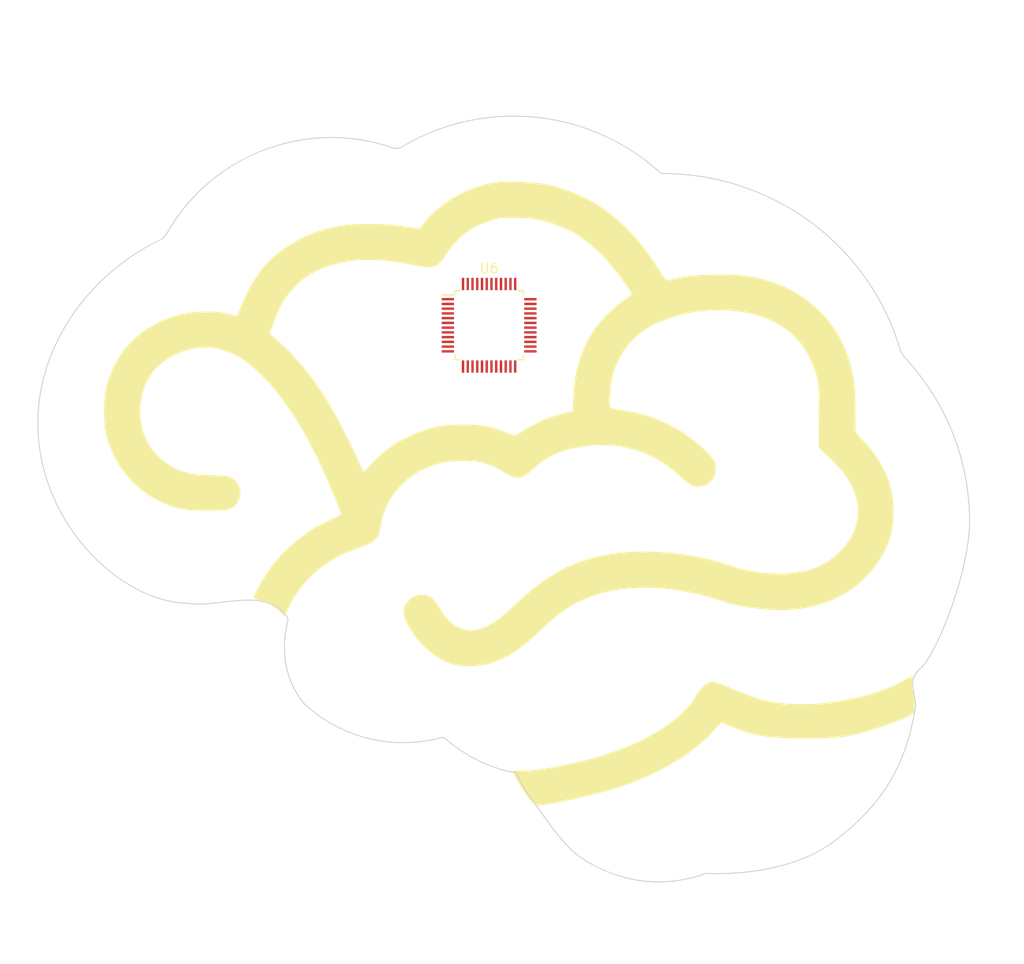
<source format=kicad_pcb>
(kicad_pcb (version 20171130) (host pcbnew 5.1.4-e60b266~84~ubuntu18.04.1)

  (general
    (thickness 1.6)
    (drawings 0)
    (tracks 0)
    (zones 0)
    (modules 2)
    (nets 47)
  )

  (page A4)
  (layers
    (0 F.Cu signal)
    (31 B.Cu signal)
    (34 B.Paste user)
    (35 F.Paste user)
    (36 B.SilkS user)
    (37 F.SilkS user)
    (38 B.Mask user)
    (39 F.Mask user)
    (44 Edge.Cuts user)
    (45 Margin user)
    (46 B.CrtYd user)
    (47 F.CrtYd user)
    (48 B.Fab user)
    (49 F.Fab user)
  )

  (setup
    (last_trace_width 0.25)
    (user_trace_width 0.1524)
    (user_trace_width 0.2032)
    (user_trace_width 0.4)
    (user_trace_width 0.5)
    (user_trace_width 0.6096)
    (user_trace_width 0.8)
    (user_trace_width 1)
    (user_trace_width 2)
    (trace_clearance 0.2)
    (zone_clearance 0.508)
    (zone_45_only no)
    (trace_min 0.1524)
    (via_size 0.6858)
    (via_drill 0.3302)
    (via_min_size 0.508)
    (via_min_drill 0.254)
    (uvia_size 0.762)
    (uvia_drill 0.508)
    (uvias_allowed no)
    (uvia_min_size 0.762)
    (uvia_min_drill 0)
    (edge_width 0.1524)
    (segment_width 0.1524)
    (pcb_text_width 0.1524)
    (pcb_text_size 1.016 1)
    (mod_edge_width 0.1524)
    (mod_text_size 1.016 1.016)
    (mod_text_width 0.1524)
    (pad_size 1.524 1.524)
    (pad_drill 0.762)
    (pad_to_mask_clearance 0.0508)
    (solder_mask_min_width 0.101)
    (pad_to_paste_clearance -0.0762)
    (aux_axis_origin 0 0)
    (visible_elements FFFFFF7F)
    (pcbplotparams
      (layerselection 0x010fc_ffffffff)
      (usegerberextensions false)
      (usegerberattributes false)
      (usegerberadvancedattributes false)
      (creategerberjobfile false)
      (excludeedgelayer true)
      (linewidth 0.100000)
      (plotframeref false)
      (viasonmask false)
      (mode 1)
      (useauxorigin false)
      (hpglpennumber 1)
      (hpglpenspeed 20)
      (hpglpendiameter 15.000000)
      (psnegative false)
      (psa4output false)
      (plotreference true)
      (plotvalue true)
      (plotinvisibletext false)
      (padsonsilk false)
      (subtractmaskfromsilk false)
      (outputformat 1)
      (mirror false)
      (drillshape 0)
      (scaleselection 1)
      (outputdirectory "/home/greynaga/Github/Varios/Reverse-Leds/Charly_Plex_6_Leds_Ala_Gaviota_Moon_75mm/Gerbers/"))
  )

  (net 0 "")
  (net 1 GND)
  (net 2 "Net-(U6-Pad1)")
  (net 3 "Net-(U6-Pad2)")
  (net 4 "Net-(U6-Pad3)")
  (net 5 "Net-(U6-Pad4)")
  (net 6 "Net-(U6-Pad5)")
  (net 7 "Net-(U6-Pad6)")
  (net 8 "Net-(U6-Pad7)")
  (net 9 "Net-(U6-Pad8)")
  (net 10 "Net-(U6-Pad9)")
  (net 11 "Net-(U6-Pad10)")
  (net 12 "Net-(U6-Pad11)")
  (net 13 "Net-(U6-Pad12)")
  (net 14 "Net-(U6-Pad13)")
  (net 15 "Net-(U6-Pad14)")
  (net 16 "Net-(U6-Pad15)")
  (net 17 "Net-(U6-Pad16)")
  (net 18 "Net-(U6-Pad17)")
  (net 19 "Net-(U6-Pad18)")
  (net 20 "Net-(U6-Pad19)")
  (net 21 "Net-(U6-Pad20)")
  (net 22 "Net-(U6-Pad21)")
  (net 23 "Net-(U6-Pad22)")
  (net 24 "Net-(U6-Pad23)")
  (net 25 "Net-(U6-Pad24)")
  (net 26 "Net-(U6-Pad25)")
  (net 27 "Net-(U6-Pad26)")
  (net 28 "Net-(U6-Pad27)")
  (net 29 "Net-(U6-Pad28)")
  (net 30 "Net-(U6-Pad29)")
  (net 31 "Net-(U6-Pad30)")
  (net 32 "Net-(U6-Pad31)")
  (net 33 "Net-(U6-Pad32)")
  (net 34 "Net-(U6-Pad33)")
  (net 35 "Net-(U6-Pad34)")
  (net 36 "Net-(U6-Pad37)")
  (net 37 "Net-(U6-Pad38)")
  (net 38 "Net-(U6-Pad39)")
  (net 39 "Net-(U6-Pad40)")
  (net 40 "Net-(U6-Pad41)")
  (net 41 "Net-(U6-Pad43)")
  (net 42 "Net-(U6-Pad44)")
  (net 43 "Net-(U6-Pad45)")
  (net 44 "Net-(U6-Pad46)")
  (net 45 "Net-(U6-Pad47)")
  (net 46 "Net-(U6-Pad48)")

  (net_class Default "This is the default net class."
    (clearance 0.2)
    (trace_width 0.25)
    (via_dia 0.6858)
    (via_drill 0.3302)
    (uvia_dia 0.762)
    (uvia_drill 0.508)
    (add_net "Net-(U6-Pad1)")
    (add_net "Net-(U6-Pad10)")
    (add_net "Net-(U6-Pad11)")
    (add_net "Net-(U6-Pad12)")
    (add_net "Net-(U6-Pad13)")
    (add_net "Net-(U6-Pad14)")
    (add_net "Net-(U6-Pad15)")
    (add_net "Net-(U6-Pad16)")
    (add_net "Net-(U6-Pad17)")
    (add_net "Net-(U6-Pad18)")
    (add_net "Net-(U6-Pad19)")
    (add_net "Net-(U6-Pad2)")
    (add_net "Net-(U6-Pad20)")
    (add_net "Net-(U6-Pad21)")
    (add_net "Net-(U6-Pad22)")
    (add_net "Net-(U6-Pad23)")
    (add_net "Net-(U6-Pad24)")
    (add_net "Net-(U6-Pad25)")
    (add_net "Net-(U6-Pad26)")
    (add_net "Net-(U6-Pad27)")
    (add_net "Net-(U6-Pad28)")
    (add_net "Net-(U6-Pad29)")
    (add_net "Net-(U6-Pad3)")
    (add_net "Net-(U6-Pad30)")
    (add_net "Net-(U6-Pad31)")
    (add_net "Net-(U6-Pad32)")
    (add_net "Net-(U6-Pad33)")
    (add_net "Net-(U6-Pad34)")
    (add_net "Net-(U6-Pad37)")
    (add_net "Net-(U6-Pad38)")
    (add_net "Net-(U6-Pad39)")
    (add_net "Net-(U6-Pad4)")
    (add_net "Net-(U6-Pad40)")
    (add_net "Net-(U6-Pad41)")
    (add_net "Net-(U6-Pad43)")
    (add_net "Net-(U6-Pad44)")
    (add_net "Net-(U6-Pad45)")
    (add_net "Net-(U6-Pad46)")
    (add_net "Net-(U6-Pad47)")
    (add_net "Net-(U6-Pad48)")
    (add_net "Net-(U6-Pad5)")
    (add_net "Net-(U6-Pad6)")
    (add_net "Net-(U6-Pad7)")
    (add_net "Net-(U6-Pad8)")
    (add_net "Net-(U6-Pad9)")
  )

  (net_class Power ""
    (clearance 0.1524)
    (trace_width 0.6096)
    (via_dia 0.6858)
    (via_drill 0.3302)
    (uvia_dia 0.762)
    (uvia_drill 0.508)
  )

  (module Cerebro_001:Cerebro_001 (layer F.Cu) (tedit 0) (tstamp 5DB00E53)
    (at 148.064344 105.393429)
    (path /5DA40039)
    (fp_text reference U1 (at 0 0) (layer F.SilkS) hide
      (effects (font (size 1.27 1.27) (thickness 0.15)))
    )
    (fp_text value PCB (at 0 0) (layer F.SilkS) hide
      (effects (font (size 1.27 1.27) (thickness 0.15)))
    )
    (fp_poly (pts (xy 43.361312 16.663103) (xy 43.367321 16.723501) (xy 43.375811 16.817328) (xy 43.386436 16.940191)
      (xy 43.398846 17.087698) (xy 43.412694 17.255456) (xy 43.427631 17.439072) (xy 43.443309 17.634154)
      (xy 43.459379 17.836309) (xy 43.475493 18.041145) (xy 43.491304 18.244269) (xy 43.506462 18.441289)
      (xy 43.52062 18.627812) (xy 43.533429 18.799445) (xy 43.544541 18.951796) (xy 43.553607 19.080473)
      (xy 43.56028 19.181082) (xy 43.562601 19.219333) (xy 43.569743 19.374713) (xy 43.575131 19.555847)
      (xy 43.578449 19.74618) (xy 43.57938 19.929157) (xy 43.578403 20.046546) (xy 43.571583 20.482175)
      (xy 43.510512 20.562178) (xy 43.433611 20.640981) (xy 43.317306 20.728665) (xy 43.163426 20.824531)
      (xy 42.973804 20.927884) (xy 42.750269 21.038026) (xy 42.494653 21.15426) (xy 42.208787 21.275889)
      (xy 41.894501 21.402216) (xy 41.553628 21.532544) (xy 41.187996 21.666175) (xy 40.799438 21.802414)
      (xy 40.389785 21.940562) (xy 39.960866 22.079924) (xy 39.514514 22.2198) (xy 39.052559 22.359496)
      (xy 38.576832 22.498313) (xy 38.089164 22.635555) (xy 37.999725 22.660183) (xy 37.670381 22.749307)
      (xy 37.368239 22.827957) (xy 37.087976 22.89686) (xy 36.82427 22.956744) (xy 36.571799 23.008335)
      (xy 36.325241 23.052359) (xy 36.079275 23.089543) (xy 35.828578 23.120615) (xy 35.56783 23.1463)
      (xy 35.291707 23.167327) (xy 34.994888 23.18442) (xy 34.672052 23.198308) (xy 34.317875 23.209717)
      (xy 33.927038 23.219374) (xy 33.900806 23.219946) (xy 33.213191 23.232323) (xy 32.550713 23.239177)
      (xy 31.91506 23.240553) (xy 31.307918 23.236497) (xy 30.730973 23.227055) (xy 30.185913 23.212273)
      (xy 29.674424 23.192197) (xy 29.198192 23.166873) (xy 28.758905 23.136346) (xy 28.358249 23.100663)
      (xy 27.997911 23.05987) (xy 27.992917 23.059231) (xy 27.627707 23.008287) (xy 27.275952 22.950164)
      (xy 26.932781 22.883424) (xy 26.593327 22.806628) (xy 26.252719 22.718338) (xy 25.906089 22.617116)
      (xy 25.548568 22.501525) (xy 25.175287 22.370125) (xy 24.781377 22.221479) (xy 24.361969 22.054148)
      (xy 23.912193 21.866694) (xy 23.814054 21.824905) (xy 23.664881 21.761871) (xy 23.528277 21.705483)
      (xy 23.409054 21.657623) (xy 23.312026 21.620172) (xy 23.242004 21.595011) (xy 23.203802 21.584021)
      (xy 23.198264 21.584213) (xy 23.119051 21.674993) (xy 23.017925 21.788988) (xy 22.899867 21.92074)
      (xy 22.769854 22.064795) (xy 22.632866 22.215698) (xy 22.493883 22.367993) (xy 22.357883 22.516226)
      (xy 22.229845 22.65494) (xy 22.114748 22.778682) (xy 22.017572 22.881994) (xy 21.943295 22.959423)
      (xy 21.940114 22.962679) (xy 21.472264 23.417387) (xy 20.964438 23.866633) (xy 20.418782 24.309176)
      (xy 19.837443 24.743774) (xy 19.222567 25.169183) (xy 18.5763 25.584162) (xy 17.900789 25.987468)
      (xy 17.19818 26.377859) (xy 16.47062 26.754093) (xy 15.720255 27.114928) (xy 14.949231 27.459121)
      (xy 14.159695 27.785429) (xy 13.353793 28.092611) (xy 12.647404 28.341172) (xy 12.345271 28.43992)
      (xy 12.00549 28.544645) (xy 11.63217 28.654358) (xy 11.229419 28.768067) (xy 10.801344 28.884781)
      (xy 10.352054 29.00351) (xy 9.885657 29.123263) (xy 9.406262 29.243048) (xy 8.917976 29.361876)
      (xy 8.424908 29.478754) (xy 7.931165 29.592693) (xy 7.440857 29.7027) (xy 6.95809 29.807787)
      (xy 6.486973 29.90696) (xy 6.031615 29.99923) (xy 5.596123 30.083606) (xy 5.184606 30.159097)
      (xy 4.92125 30.204734) (xy 4.684951 30.243898) (xy 4.485866 30.275127) (xy 4.319693 30.298746)
      (xy 4.182125 30.315085) (xy 4.068859 30.324468) (xy 3.975591 30.327225) (xy 3.898016 30.32368)
      (xy 3.83183 30.314163) (xy 3.772729 30.299) (xy 3.75551 30.29332) (xy 3.617451 30.229064)
      (xy 3.468705 30.127843) (xy 3.308843 29.989194) (xy 3.137437 29.812651) (xy 2.954059 29.59775)
      (xy 2.758281 29.344026) (xy 2.549673 29.051015) (xy 2.386275 28.807833) (xy 2.217075 28.546765)
      (xy 2.066659 28.305967) (xy 1.928399 28.073963) (xy 1.795664 27.839277) (xy 1.661822 27.59043)
      (xy 1.520244 27.315948) (xy 1.491388 27.258893) (xy 1.206585 26.694202) (xy 1.317667 26.682887)
      (xy 1.365783 26.679763) (xy 1.450195 26.676204) (xy 1.564868 26.672385) (xy 1.703769 26.668482)
      (xy 1.860865 26.66467) (xy 2.030121 26.661125) (xy 2.12725 26.659335) (xy 2.424752 26.652864)
      (xy 2.692802 26.643974) (xy 2.940705 26.631877) (xy 3.177768 26.615785) (xy 3.413295 26.594909)
      (xy 3.656593 26.568462) (xy 3.916966 26.535655) (xy 4.203722 26.4957) (xy 4.399866 26.466839)
      (xy 4.982093 26.374571) (xy 5.588789 26.268517) (xy 6.213082 26.150236) (xy 6.8481 26.021291)
      (xy 7.48697 25.883242) (xy 8.12282 25.73765) (xy 8.748777 25.586076) (xy 9.357971 25.43008)
      (xy 9.943527 25.271225) (xy 10.498575 25.111071) (xy 10.874096 24.99626) (xy 11.614471 24.752642)
      (xy 12.347682 24.489088) (xy 13.069677 24.207482) (xy 13.776401 23.909707) (xy 14.463804 23.597646)
      (xy 15.127832 23.273184) (xy 15.764432 22.938204) (xy 16.369553 22.594589) (xy 16.939141 22.244223)
      (xy 17.282583 22.017706) (xy 17.840706 21.622668) (xy 18.357301 21.223158) (xy 18.83299 20.818621)
      (xy 19.268398 20.408501) (xy 19.664147 19.992242) (xy 20.004622 19.58975) (xy 20.130043 19.426882)
      (xy 20.252208 19.25661) (xy 20.376996 19.070272) (xy 20.510288 18.859211) (xy 20.593895 18.721917)
      (xy 20.774564 18.433744) (xy 20.947049 18.184021) (xy 21.11395 17.970263) (xy 21.277867 17.789984)
      (xy 21.441401 17.640697) (xy 21.607151 17.519916) (xy 21.777719 17.425156) (xy 21.955705 17.35393)
      (xy 22.055667 17.324417) (xy 22.152218 17.304614) (xy 22.25404 17.296524) (xy 22.378211 17.298904)
      (xy 22.394333 17.299772) (xy 22.472584 17.305807) (xy 22.551586 17.315736) (xy 22.634498 17.330679)
      (xy 22.724479 17.351758) (xy 22.824687 17.380094) (xy 22.938283 17.416808) (xy 23.068425 17.463022)
      (xy 23.218272 17.519857) (xy 23.390983 17.588434) (xy 23.589718 17.669874) (xy 23.817635 17.765299)
      (xy 24.077893 17.875831) (xy 24.369841 18.000951) (xy 24.875652 18.215605) (xy 25.348828 18.410188)
      (xy 25.793401 18.58578) (xy 26.213406 18.743465) (xy 26.612874 18.884326) (xy 26.995841 19.009444)
      (xy 27.366337 19.119903) (xy 27.728398 19.216786) (xy 28.086055 19.301174) (xy 28.443342 19.374151)
      (xy 28.804293 19.436799) (xy 29.17294 19.4902) (xy 29.553317 19.535438) (xy 29.949456 19.573595)
      (xy 30.342417 19.604156) (xy 30.469708 19.611162) (xy 30.632398 19.617122) (xy 30.824629 19.622037)
      (xy 31.040546 19.625904) (xy 31.27429 19.628723) (xy 31.520004 19.630492) (xy 31.771831 19.63121)
      (xy 32.023915 19.630876) (xy 32.270398 19.629489) (xy 32.505423 19.627047) (xy 32.723133 19.62355)
      (xy 32.917671 19.618996) (xy 33.08318 19.613384) (xy 33.213803 19.606713) (xy 33.24225 19.604737)
      (xy 34.275538 19.510398) (xy 35.28144 19.384035) (xy 36.260353 19.225566) (xy 37.212671 19.034909)
      (xy 38.138792 18.811981) (xy 39.039111 18.556701) (xy 39.914025 18.268987) (xy 40.22725 18.155826)
      (xy 40.512324 18.047969) (xy 40.78178 17.940798) (xy 41.042085 17.83127) (xy 41.299704 17.716342)
      (xy 41.561104 17.592975) (xy 41.832749 17.458124) (xy 42.121106 17.308749) (xy 42.432641 17.141808)
      (xy 42.73197 16.97747) (xy 42.879579 16.895974) (xy 43.014952 16.821784) (xy 43.133769 16.757224)
      (xy 43.231711 16.704619) (xy 43.304459 16.666292) (xy 43.347694 16.644569) (xy 43.358134 16.640526)
      (xy 43.361312 16.663103)) (layer F.SilkS) (width 0.01))
    (fp_poly (pts (xy 0.925364 -35.448588) (xy 1.261306 -35.443023) (xy 1.55575 -35.435248) (xy 2.05356 -35.418328)
      (xy 2.513476 -35.39803) (xy 2.939855 -35.373637) (xy 3.337051 -35.344433) (xy 3.709422 -35.309702)
      (xy 4.061322 -35.268726) (xy 4.397108 -35.220791) (xy 4.721136 -35.165179) (xy 5.03776 -35.101174)
      (xy 5.351339 -35.02806) (xy 5.666226 -34.945121) (xy 5.986778 -34.851639) (xy 6.317351 -34.7469)
      (xy 6.662301 -34.630186) (xy 6.847417 -34.565018) (xy 7.326693 -34.389882) (xy 7.770637 -34.217908)
      (xy 8.185778 -34.045948) (xy 8.578643 -33.870853) (xy 8.95576 -33.689475) (xy 9.323657 -33.498663)
      (xy 9.688863 -33.295269) (xy 10.057905 -33.076144) (xy 10.437312 -32.838139) (xy 10.466917 -32.819086)
      (xy 11.00114 -32.456022) (xy 11.538429 -32.054306) (xy 12.07534 -31.617118) (xy 12.608432 -31.147636)
      (xy 13.134261 -30.649039) (xy 13.649386 -30.124506) (xy 14.150364 -29.577217) (xy 14.633752 -29.010349)
      (xy 14.762241 -28.852569) (xy 14.897025 -28.684035) (xy 15.026671 -28.518881) (xy 15.153607 -28.353671)
      (xy 15.280261 -28.184972) (xy 15.409061 -28.009346) (xy 15.542435 -27.823358) (xy 15.682809 -27.623573)
      (xy 15.832613 -27.406556) (xy 15.994274 -27.16887) (xy 16.17022 -26.90708) (xy 16.362878 -26.617752)
      (xy 16.574678 -26.297448) (xy 16.667609 -26.156377) (xy 16.790055 -25.971036) (xy 16.906978 -25.795415)
      (xy 17.016075 -25.632883) (xy 17.11504 -25.48681) (xy 17.201569 -25.360567) (xy 17.273359 -25.257523)
      (xy 17.328104 -25.181048) (xy 17.3635 -25.134512) (xy 17.374916 -25.122012) (xy 17.405777 -25.10082)
      (xy 17.439755 -25.08875) (xy 17.487664 -25.084401) (xy 17.560317 -25.086369) (xy 17.62125 -25.090062)
      (xy 17.696857 -25.098072) (xy 17.805225 -25.113713) (xy 17.937769 -25.135531) (xy 18.085903 -25.162075)
      (xy 18.241039 -25.191893) (xy 18.330333 -25.210008) (xy 18.662006 -25.277626) (xy 18.961969 -25.336153)
      (xy 19.238144 -25.386676) (xy 19.498454 -25.43028) (xy 19.750822 -25.468051) (xy 20.00317 -25.501075)
      (xy 20.26342 -25.530437) (xy 20.539497 -25.557222) (xy 20.839321 -25.582518) (xy 21.170816 -25.607408)
      (xy 21.293667 -25.616077) (xy 21.434633 -25.623862) (xy 21.612313 -25.630408) (xy 21.821245 -25.635731)
      (xy 22.055967 -25.639846) (xy 22.311019 -25.64277) (xy 22.580938 -25.644518) (xy 22.860262 -25.645106)
      (xy 23.143532 -25.64455) (xy 23.425284 -25.642866) (xy 23.700057 -25.64007) (xy 23.962391 -25.636177)
      (xy 24.206823 -25.631204) (xy 24.427891 -25.625166) (xy 24.620135 -25.61808) (xy 24.778093 -25.60996)
      (xy 24.839083 -25.60578) (xy 25.208095 -25.57563) (xy 25.541656 -25.543739) (xy 25.846645 -25.509111)
      (xy 26.129937 -25.47075) (xy 26.398411 -25.427659) (xy 26.658942 -25.378841) (xy 26.918409 -25.323299)
      (xy 27.125403 -25.274442) (xy 27.819761 -25.091977) (xy 28.477816 -24.892942) (xy 29.102865 -24.675725)
      (xy 29.698209 -24.438712) (xy 30.267146 -24.180291) (xy 30.812976 -23.898848) (xy 31.338998 -23.592771)
      (xy 31.848512 -23.260446) (xy 32.344815 -22.900261) (xy 32.831208 -22.510603) (xy 32.903583 -22.449455)
      (xy 33.039935 -22.329582) (xy 33.19673 -22.185171) (xy 33.367595 -22.022602) (xy 33.54616 -21.848256)
      (xy 33.726053 -21.668515) (xy 33.900903 -21.48976) (xy 34.064339 -21.318372) (xy 34.209989 -21.160731)
      (xy 34.331483 -21.02322) (xy 34.353469 -20.997333) (xy 34.757122 -20.491575) (xy 35.129828 -19.969)
      (xy 35.472821 -19.427098) (xy 35.78734 -18.863355) (xy 36.07462 -18.275258) (xy 36.335898 -17.660295)
      (xy 36.57241 -17.015952) (xy 36.785392 -16.339718) (xy 36.956733 -15.706729) (xy 37.037039 -15.375371)
      (xy 37.103768 -15.072789) (xy 37.159057 -14.788452) (xy 37.205046 -14.511829) (xy 37.219973 -14.410445)
      (xy 37.240672 -14.259867) (xy 37.259276 -14.112206) (xy 37.275921 -13.964335) (xy 37.290741 -13.813123)
      (xy 37.30387 -13.655442) (xy 37.315442 -13.488162) (xy 37.325591 -13.308154) (xy 37.334453 -13.112288)
      (xy 37.342161 -12.897436) (xy 37.34885 -12.660468) (xy 37.354654 -12.398256) (xy 37.359708 -12.107669)
      (xy 37.364145 -11.785579) (xy 37.3681 -11.428857) (xy 37.371708 -11.034373) (xy 37.37329 -10.838994)
      (xy 37.38728 -9.052072) (xy 37.878777 -8.521244) (xy 38.123354 -8.255362) (xy 38.341468 -8.014305)
      (xy 38.537034 -7.793418) (xy 38.713968 -7.588042) (xy 38.876185 -7.39352) (xy 39.027599 -7.205195)
      (xy 39.172127 -7.018409) (xy 39.313683 -6.828504) (xy 39.389241 -6.724443) (xy 39.77395 -6.15877)
      (xy 40.116872 -5.587975) (xy 40.418361 -5.010926) (xy 40.678776 -4.42649) (xy 40.898472 -3.833537)
      (xy 41.077808 -3.230934) (xy 41.217138 -2.617548) (xy 41.31682 -1.992248) (xy 41.377211 -1.353902)
      (xy 41.398668 -0.701378) (xy 41.394656 -0.359833) (xy 41.364664 0.226536) (xy 41.305856 0.785398)
      (xy 41.217195 1.321192) (xy 41.097644 1.838356) (xy 40.946165 2.341329) (xy 40.761721 2.834549)
      (xy 40.543273 3.322455) (xy 40.525355 3.359234) (xy 40.21768 3.941033) (xy 39.87362 4.506145)
      (xy 39.495731 5.051454) (xy 39.086569 5.573846) (xy 38.64869 6.070206) (xy 38.184648 6.537419)
      (xy 37.697 6.972371) (xy 37.303084 7.286331) (xy 36.763053 7.669017) (xy 36.19514 8.020916)
      (xy 35.601124 8.341442) (xy 34.982787 8.630011) (xy 34.341911 8.886036) (xy 33.680276 9.108933)
      (xy 32.999663 9.298117) (xy 32.301853 9.453001) (xy 31.588628 9.573001) (xy 30.861767 9.657531)
      (xy 30.123054 9.706006) (xy 29.919083 9.712911) (xy 29.129354 9.716379) (xy 28.316954 9.684732)
      (xy 27.482732 9.61805) (xy 26.627539 9.516414) (xy 25.752226 9.379906) (xy 25.05075 9.248204)
      (xy 24.712509 9.176999) (xy 24.398416 9.103879) (xy 24.095119 9.025262) (xy 23.789267 8.937567)
      (xy 23.467508 8.83721) (xy 23.241 8.76265) (xy 22.223745 8.441974) (xy 21.210427 8.162856)
      (xy 20.199199 7.924921) (xy 19.188215 7.727791) (xy 18.175626 7.571089) (xy 17.159587 7.454438)
      (xy 16.60525 7.407702) (xy 16.448677 7.398242) (xy 16.257386 7.390042) (xy 16.038975 7.383175)
      (xy 15.801044 7.377711) (xy 15.551191 7.37372) (xy 15.297015 7.371274) (xy 15.046114 7.370443)
      (xy 14.806087 7.371299) (xy 14.584532 7.373911) (xy 14.389049 7.37835) (xy 14.227236 7.384689)
      (xy 14.213417 7.385418) (xy 13.379224 7.448256) (xy 12.570241 7.54495) (xy 11.786129 7.675599)
      (xy 11.026547 7.840304) (xy 10.291157 8.039167) (xy 9.57962 8.272286) (xy 8.891596 8.539764)
      (xy 8.226746 8.841701) (xy 7.584731 9.178197) (xy 7.008681 9.521716) (xy 6.819142 9.644235)
      (xy 6.632131 9.770636) (xy 6.44495 9.90317) (xy 6.254898 10.044085) (xy 6.059277 10.195632)
      (xy 5.855385 10.36006) (xy 5.640524 10.539618) (xy 5.411994 10.736555) (xy 5.167094 10.953121)
      (xy 4.903126 11.191565) (xy 4.61739 11.454136) (xy 4.307185 11.743085) (xy 4.03225 12.001676)
      (xy 3.821992 12.199511) (xy 3.63676 12.37225) (xy 3.47141 12.524493) (xy 3.320798 12.66084)
      (xy 3.179782 12.785893) (xy 3.043215 12.904251) (xy 2.905955 13.020515) (xy 2.762858 13.139286)
      (xy 2.7305 13.165866) (xy 2.212655 13.574818) (xy 1.704457 13.943942) (xy 1.203985 14.274135)
      (xy 0.709319 14.566293) (xy 0.218539 14.82131) (xy -0.270275 15.040082) (xy -0.759045 15.223505)
      (xy -1.24969 15.372474) (xy -1.74413 15.487885) (xy -2.244286 15.570633) (xy -2.487083 15.599027)
      (xy -2.609327 15.608763) (xy -2.764194 15.616981) (xy -2.942645 15.623558) (xy -3.135639 15.628375)
      (xy -3.334133 15.63131) (xy -3.529088 15.632241) (xy -3.711462 15.631048) (xy -3.872214 15.627609)
      (xy -4.002303 15.621805) (xy -4.03225 15.61972) (xy -4.462931 15.568965) (xy -4.886265 15.483179)
      (xy -5.305817 15.361164) (xy -5.725154 15.201725) (xy -6.147841 15.003664) (xy -6.577444 14.765785)
      (xy -6.577615 14.765683) (xy -6.981917 14.505423) (xy -7.384018 14.207946) (xy -7.778559 13.878251)
      (xy -8.16018 13.521335) (xy -8.523521 13.142198) (xy -8.863222 12.745838) (xy -9.158489 12.358832)
      (xy -9.361349 12.065586) (xy -9.549517 11.772331) (xy -9.720461 11.483794) (xy -9.871647 11.204704)
      (xy -10.00054 10.939788) (xy -10.104608 10.693774) (xy -10.181316 10.471391) (xy -10.194352 10.425804)
      (xy -10.228535 10.268095) (xy -10.251636 10.092397) (xy -10.26278 9.913034) (xy -10.26109 9.744329)
      (xy -10.245692 9.600606) (xy -10.245012 9.596849) (xy -10.178489 9.349023) (xy -10.073908 9.114054)
      (xy -9.934407 8.895052) (xy -9.763124 8.695131) (xy -9.563197 8.517401) (xy -9.337764 8.364973)
      (xy -9.089964 8.240961) (xy -8.822935 8.148475) (xy -8.770481 8.134772) (xy -8.651 8.113706)
      (xy -8.504875 8.100942) (xy -8.345377 8.096464) (xy -8.18578 8.100252) (xy -8.039353 8.112288)
      (xy -7.91937 8.132554) (xy -7.90575 8.135965) (xy -7.725808 8.192286) (xy -7.558725 8.264494)
      (xy -7.401326 8.355593) (xy -7.250436 8.468588) (xy -7.10288 8.606485) (xy -6.955485 8.772288)
      (xy -6.805074 8.969003) (xy -6.648475 9.199634) (xy -6.482511 9.467188) (xy -6.460679 9.503833)
      (xy -6.231009 9.873719) (xy -6.003499 10.204405) (xy -5.775399 10.49874) (xy -5.543955 10.75957)
      (xy -5.306416 10.989744) (xy -5.060028 11.192108) (xy -4.802039 11.369511) (xy -4.529698 11.524801)
      (xy -4.485626 11.547274) (xy -4.164476 11.686212) (xy -3.837171 11.783965) (xy -3.505492 11.840285)
      (xy -3.171214 11.854924) (xy -2.836115 11.827637) (xy -2.673493 11.799162) (xy -2.399635 11.735932)
      (xy -2.132167 11.659685) (xy -1.868608 11.568842) (xy -1.606478 11.461825) (xy -1.343295 11.337056)
      (xy -1.076577 11.192956) (xy -0.803844 11.027948) (xy -0.522615 10.840452) (xy -0.230407 10.62889)
      (xy 0.075258 10.391685) (xy 0.396864 10.127257) (xy 0.736891 9.834029) (xy 1.09782 9.510421)
      (xy 1.479587 9.157243) (xy 1.607695 9.037161) (xy 1.739783 8.913371) (xy 1.86853 8.792734)
      (xy 1.986614 8.682109) (xy 2.086713 8.588358) (xy 2.146337 8.532535) (xy 2.819232 7.927038)
      (xy 3.49979 7.363089) (xy 4.188195 6.840564) (xy 4.884632 6.359345) (xy 5.589286 5.919309)
      (xy 6.302341 5.520336) (xy 7.023982 5.162304) (xy 7.754393 4.845093) (xy 7.799917 4.826789)
      (xy 8.523511 4.557427) (xy 9.267372 4.320566) (xy 10.032441 4.116062) (xy 10.819661 3.943767)
      (xy 11.629972 3.803538) (xy 12.464316 3.695228) (xy 13.323635 3.618692) (xy 14.20887 3.573785)
      (xy 15.120964 3.560361) (xy 15.914383 3.573484) (xy 16.786273 3.61006) (xy 17.627301 3.666735)
      (xy 18.444054 3.744663) (xy 19.24312 3.845) (xy 20.031085 3.968902) (xy 20.814536 4.117522)
      (xy 21.600059 4.292018) (xy 22.394243 4.493543) (xy 23.203672 4.723254) (xy 24.034935 4.982305)
      (xy 24.137221 5.015665) (xy 24.316806 5.074156) (xy 24.495575 5.131738) (xy 24.666563 5.186212)
      (xy 24.822805 5.235383) (xy 24.957338 5.277054) (xy 25.063196 5.309026) (xy 25.113468 5.323607)
      (xy 25.768524 5.489762) (xy 26.451287 5.626798) (xy 27.162774 5.734881) (xy 27.904002 5.814179)
      (xy 28.28925 5.843292) (xy 28.441543 5.851252) (xy 28.624843 5.857553) (xy 28.831426 5.862194)
      (xy 29.053569 5.865171) (xy 29.283549 5.866483) (xy 29.513642 5.866128) (xy 29.736125 5.864102)
      (xy 29.943275 5.860405) (xy 30.127368 5.855032) (xy 30.280682 5.847983) (xy 30.342417 5.843902)
      (xy 30.950847 5.783917) (xy 31.527764 5.697687) (xy 32.07555 5.584327) (xy 32.596588 5.442954)
      (xy 33.09326 5.272683) (xy 33.567949 5.07263) (xy 34.023038 4.84191) (xy 34.460909 4.579639)
      (xy 34.883945 4.284933) (xy 35.189583 4.044837) (xy 35.309617 3.941455) (xy 35.448755 3.814345)
      (xy 35.598487 3.671867) (xy 35.750301 3.522379) (xy 35.895687 3.374241) (xy 36.026133 3.235811)
      (xy 36.118352 3.132667) (xy 36.449419 2.721539) (xy 36.739326 2.301417) (xy 36.988449 1.871499)
      (xy 37.197159 1.430979) (xy 37.365833 0.979053) (xy 37.494843 0.514919) (xy 37.584564 0.037771)
      (xy 37.595626 -0.042333) (xy 37.60847 -0.176334) (xy 37.616967 -0.341819) (xy 37.621207 -0.528173)
      (xy 37.621282 -0.72478) (xy 37.617284 -0.921026) (xy 37.609305 -1.106295) (xy 37.597436 -1.26997)
      (xy 37.584035 -1.386417) (xy 37.492404 -1.883662) (xy 37.363097 -2.370486) (xy 37.195072 -2.849717)
      (xy 36.987286 -3.324185) (xy 36.738696 -3.796716) (xy 36.622517 -3.994214) (xy 36.49941 -4.187893)
      (xy 36.360964 -4.387565) (xy 36.205311 -4.595345) (xy 36.03058 -4.813349) (xy 35.834902 -5.043694)
      (xy 35.616405 -5.288495) (xy 35.373222 -5.549868) (xy 35.103481 -5.829931) (xy 34.805312 -6.130799)
      (xy 34.476847 -6.454588) (xy 34.276983 -6.648635) (xy 33.51255 -7.3872) (xy 33.500127 -10.239392)
      (xy 33.498085 -10.68632) (xy 33.495999 -11.093326) (xy 33.493813 -11.462819) (xy 33.491471 -11.797211)
      (xy 33.48892 -12.098911) (xy 33.486103 -12.370331) (xy 33.482966 -12.61388) (xy 33.479453 -12.83197)
      (xy 33.47551 -13.02701) (xy 33.471081 -13.201412) (xy 33.466112 -13.357586) (xy 33.460547 -13.497942)
      (xy 33.454331 -13.624891) (xy 33.447409 -13.740843) (xy 33.439726 -13.84821) (xy 33.431227 -13.9494)
      (xy 33.421857 -14.046826) (xy 33.411561 -14.142897) (xy 33.410772 -14.149917) (xy 33.36085 -14.492872)
      (xy 33.286448 -14.848965) (xy 33.186422 -15.222402) (xy 33.059628 -15.617386) (xy 32.90492 -16.038122)
      (xy 32.878074 -16.106658) (xy 32.630582 -16.679896) (xy 32.352202 -17.22425) (xy 32.043123 -17.739526)
      (xy 31.703533 -18.225529) (xy 31.333621 -18.682064) (xy 30.933576 -19.108937) (xy 30.503585 -19.505954)
      (xy 30.043837 -19.872919) (xy 29.554522 -20.209639) (xy 29.035826 -20.515918) (xy 28.48794 -20.791562)
      (xy 28.22575 -20.908194) (xy 27.647644 -21.134762) (xy 27.041186 -21.333206) (xy 26.410149 -21.502973)
      (xy 25.758306 -21.643512) (xy 25.08943 -21.754269) (xy 24.407294 -21.83469) (xy 23.71567 -21.884223)
      (xy 23.018331 -21.902316) (xy 22.31905 -21.888415) (xy 21.768659 -21.854523) (xy 21.014794 -21.777973)
      (xy 20.272614 -21.670724) (xy 19.545385 -21.533609) (xy 18.836371 -21.367464) (xy 18.148838 -21.173122)
      (xy 17.486052 -20.95142) (xy 16.851278 -20.703191) (xy 16.308917 -20.458895) (xy 16.054714 -20.333353)
      (xy 15.826346 -20.212791) (xy 15.60942 -20.089) (xy 15.389545 -19.953772) (xy 15.155333 -19.800903)
      (xy 14.688297 -19.463778) (xy 14.247816 -19.093704) (xy 13.833856 -18.690646) (xy 13.446382 -18.254574)
      (xy 13.203297 -17.94621) (xy 12.866912 -17.463537) (xy 12.564992 -16.95726) (xy 12.298373 -16.429489)
      (xy 12.06789 -15.882335) (xy 11.874381 -15.317908) (xy 11.71868 -14.73832) (xy 11.601624 -14.14568)
      (xy 11.54838 -13.768917) (xy 11.532135 -13.617103) (xy 11.516928 -13.443753) (xy 11.502999 -13.254874)
      (xy 11.490591 -13.056475) (xy 11.479948 -12.854562) (xy 11.471313 -12.655145) (xy 11.464927 -12.46423)
      (xy 11.461035 -12.287827) (xy 11.459877 -12.131941) (xy 11.461699 -12.002583) (xy 11.466741 -11.905758)
      (xy 11.471461 -11.865489) (xy 11.486474 -11.784697) (xy 11.50523 -11.716542) (xy 11.531434 -11.659369)
      (xy 11.568788 -11.611527) (xy 11.620995 -11.571361) (xy 11.691758 -11.537218) (xy 11.784782 -11.507445)
      (xy 11.903768 -11.480388) (xy 12.05242 -11.454394) (xy 12.234442 -11.42781) (xy 12.453536 -11.398982)
      (xy 12.54125 -11.387856) (xy 13.095134 -11.310579) (xy 13.61798 -11.221879) (xy 14.120037 -11.119675)
      (xy 14.611557 -11.001883) (xy 15.090736 -10.869951) (xy 15.807887 -10.640633) (xy 16.514945 -10.375569)
      (xy 17.209089 -10.076472) (xy 17.887497 -9.745058) (xy 18.547347 -9.383042) (xy 19.185817 -8.992136)
      (xy 19.800086 -8.574057) (xy 20.38733 -8.130518) (xy 20.944729 -7.663233) (xy 21.46946 -7.173918)
      (xy 21.890616 -6.738783) (xy 22.040536 -6.574377) (xy 22.163728 -6.435101) (xy 22.263745 -6.316506)
      (xy 22.34414 -6.214137) (xy 22.408466 -6.123544) (xy 22.460276 -6.040275) (xy 22.487225 -5.991227)
      (xy 22.533623 -5.896387) (xy 22.567601 -5.808985) (xy 22.592103 -5.717351) (xy 22.610072 -5.609811)
      (xy 22.624451 -5.474694) (xy 22.628022 -5.432917) (xy 22.636478 -5.120295) (xy 22.609282 -4.826487)
      (xy 22.547186 -4.552976) (xy 22.450944 -4.301245) (xy 22.321307 -4.072777) (xy 22.159029 -3.869056)
      (xy 21.96486 -3.691564) (xy 21.739554 -3.541786) (xy 21.642917 -3.490963) (xy 21.447006 -3.402107)
      (xy 21.270085 -3.338958) (xy 21.100125 -3.298415) (xy 20.925096 -3.277375) (xy 20.79625 -3.272618)
      (xy 20.674299 -3.273012) (xy 20.581097 -3.277847) (xy 20.50316 -3.28867) (xy 20.427001 -3.307027)
      (xy 20.384411 -3.319815) (xy 20.235533 -3.373518) (xy 20.083987 -3.442824) (xy 19.92635 -3.530098)
      (xy 19.7592 -3.637704) (xy 19.579114 -3.768007) (xy 19.382669 -3.923373) (xy 19.166442 -4.106165)
      (xy 18.92701 -4.31875) (xy 18.89003 -4.352309) (xy 18.695727 -4.528382) (xy 18.526527 -4.679968)
      (xy 18.376855 -4.811746) (xy 18.241131 -4.928396) (xy 18.113778 -5.034597) (xy 17.989218 -5.135031)
      (xy 17.861875 -5.234375) (xy 17.72617 -5.337312) (xy 17.635527 -5.404884) (xy 17.136394 -5.752932)
      (xy 16.606334 -6.080927) (xy 16.053755 -6.384464) (xy 15.487063 -6.659137) (xy 14.914668 -6.900543)
      (xy 14.47272 -7.06187) (xy 13.816378 -7.262509) (xy 13.145942 -7.423841) (xy 12.463618 -7.545628)
      (xy 11.771616 -7.62763) (xy 11.072143 -7.66961) (xy 10.367405 -7.671328) (xy 9.659613 -7.632547)
      (xy 9.408583 -7.609052) (xy 8.76788 -7.532243) (xy 8.163918 -7.438181) (xy 7.594394 -7.325973)
      (xy 7.057005 -7.194727) (xy 6.549448 -7.043548) (xy 6.06942 -6.871543) (xy 5.614617 -6.67782)
      (xy 5.182737 -6.461485) (xy 4.771476 -6.221645) (xy 4.378531 -5.957407) (xy 4.001599 -5.667877)
      (xy 3.674596 -5.385346) (xy 3.444012 -5.177519) (xy 3.239255 -4.997936) (xy 3.057058 -4.844085)
      (xy 2.894156 -4.713458) (xy 2.747286 -4.603543) (xy 2.613181 -4.51183) (xy 2.488578 -4.435807)
      (xy 2.370209 -4.372966) (xy 2.337608 -4.357329) (xy 2.128033 -4.273927) (xy 1.929706 -4.227051)
      (xy 1.734743 -4.215464) (xy 1.554346 -4.234413) (xy 1.444475 -4.257271) (xy 1.33352 -4.287962)
      (xy 1.21709 -4.328534) (xy 1.090797 -4.381034) (xy 0.950252 -4.447507) (xy 0.791065 -4.530002)
      (xy 0.608848 -4.630564) (xy 0.399211 -4.751242) (xy 0.22225 -4.855646) (xy -0.1446 -5.068221)
      (xy -0.486969 -5.25383) (xy -0.810944 -5.414197) (xy -1.122609 -5.551049) (xy -1.428053 -5.666109)
      (xy -1.73336 -5.761103) (xy -2.044618 -5.837756) (xy -2.367912 -5.897794) (xy -2.709329 -5.942942)
      (xy -3.074955 -5.974924) (xy -3.470876 -5.995466) (xy -3.833217 -6.005176) (xy -4.181948 -6.008228)
      (xy -4.497953 -6.004038) (xy -4.790327 -5.991929) (xy -5.068166 -5.971223) (xy -5.340565 -5.941241)
      (xy -5.616619 -5.901307) (xy -5.905424 -5.850742) (xy -5.9055 -5.850728) (xy -6.501218 -5.718865)
      (xy -7.078098 -5.551547) (xy -7.634852 -5.349859) (xy -8.170191 -5.114884) (xy -8.682824 -4.847706)
      (xy -9.171464 -4.549409) (xy -9.63482 -4.221077) (xy -10.071603 -3.863794) (xy -10.480525 -3.478643)
      (xy -10.860295 -3.066708) (xy -11.209625 -2.629073) (xy -11.527225 -2.166822) (xy -11.811807 -1.681039)
      (xy -12.06208 -1.172807) (xy -12.276756 -0.643211) (xy -12.349838 -0.43326) (xy -12.455399 -0.08968)
      (xy -12.546561 0.264864) (xy -12.625619 0.640303) (xy -12.694865 1.046568) (xy -12.70102 1.087155)
      (xy -12.7473 1.348098) (xy -12.803495 1.573458) (xy -12.87211 1.76933) (xy -12.955648 1.941811)
      (xy -13.056615 2.096997) (xy -13.173167 2.236332) (xy -13.26832 2.332057) (xy -13.37119 2.421933)
      (xy -13.485157 2.50766) (xy -13.613599 2.590939) (xy -13.759897 2.673473) (xy -13.92743 2.756963)
      (xy -14.119576 2.843109) (xy -14.339715 2.933613) (xy -14.591226 3.030177) (xy -14.877488 3.134501)
      (xy -15.14192 3.227515) (xy -15.462927 3.34121) (xy -15.751617 3.448458) (xy -16.016803 3.552826)
      (xy -16.267299 3.657884) (xy -16.511918 3.767199) (xy -16.735073 3.872529) (xy -17.362003 4.196964)
      (xy -17.966528 4.553395) (xy -18.546958 4.940252) (xy -19.1016 5.355965) (xy -19.628764 5.798962)
      (xy -20.126756 6.267673) (xy -20.593886 6.760527) (xy -21.028462 7.275954) (xy -21.428792 7.812383)
      (xy -21.793184 8.368243) (xy -22.044871 8.802405) (xy -22.092412 8.89184) (xy -22.153909 9.011605)
      (xy -22.225369 9.153693) (xy -22.302797 9.310093) (xy -22.3822 9.472799) (xy -22.459584 9.6338)
      (xy -22.461818 9.638489) (xy -22.532689 9.785536) (xy -22.600085 9.922062) (xy -22.661283 10.042809)
      (xy -22.713563 10.142518) (xy -22.754204 10.21593) (xy -22.780485 10.257784) (xy -22.785103 10.263341)
      (xy -22.814878 10.289157) (xy -22.845259 10.302875) (xy -22.879674 10.302065) (xy -22.921553 10.284301)
      (xy -22.974324 10.247156) (xy -23.041417 10.188202) (xy -23.126261 10.105011) (xy -23.232284 9.995156)
      (xy -23.362917 9.856209) (xy -23.368158 9.850595) (xy -23.528982 9.695733) (xy -23.72415 9.537013)
      (xy -23.946552 9.379165) (xy -24.18908 9.226917) (xy -24.444624 9.084998) (xy -24.706076 8.958138)
      (xy -24.717336 8.953096) (xy -24.901982 8.87412) (xy -25.070008 8.810662) (xy -25.237798 8.75731)
      (xy -25.421736 8.708652) (xy -25.543854 8.680092) (xy -25.72217 8.636569) (xy -25.861622 8.594514)
      (xy -25.965556 8.552179) (xy -26.03732 8.507816) (xy -26.080258 8.459678) (xy -26.09772 8.406015)
      (xy -26.0985 8.390395) (xy -26.088568 8.353037) (xy -26.060247 8.282981) (xy -26.015752 8.184508)
      (xy -25.957298 8.061902) (xy -25.887099 7.919444) (xy -25.807371 7.761419) (xy -25.720327 7.592107)
      (xy -25.628184 7.415793) (xy -25.533154 7.236757) (xy -25.437453 7.059284) (xy -25.343297 6.887655)
      (xy -25.252898 6.726154) (xy -25.168472 6.579062) (xy -25.114485 6.487583) (xy -24.692739 5.82377)
      (xy -24.234562 5.179969) (xy -23.741699 4.557904) (xy -23.215898 3.959296) (xy -22.658904 3.385868)
      (xy -22.072465 2.839343) (xy -21.458326 2.321444) (xy -20.818235 1.833893) (xy -20.153938 1.378412)
      (xy -19.564018 1.01331) (xy -19.256326 0.83611) (xy -18.955299 0.671532) (xy -18.650478 0.514265)
      (xy -18.331401 0.358997) (xy -17.987608 0.200415) (xy -17.790583 0.11267) (xy -17.56655 0.012174)
      (xy -17.380001 -0.075671) (xy -17.228514 -0.152342) (xy -17.109667 -0.219317) (xy -17.021039 -0.278075)
      (xy -16.960207 -0.330094) (xy -16.924751 -0.376852) (xy -16.912249 -0.419828) (xy -16.912167 -0.423551)
      (xy -16.920984 -0.490416) (xy -16.94676 -0.5932) (xy -16.988479 -0.729495) (xy -17.045125 -0.896893)
      (xy -17.115683 -1.092983) (xy -17.199139 -1.315358) (xy -17.294476 -1.561608) (xy -17.40068 -1.829325)
      (xy -17.516736 -2.1161) (xy -17.641627 -2.419523) (xy -17.774339 -2.737187) (xy -17.913857 -3.066683)
      (xy -18.059165 -3.405601) (xy -18.209247 -3.751533) (xy -18.36309 -4.102069) (xy -18.519677 -4.454802)
      (xy -18.677993 -4.807323) (xy -18.837024 -5.157221) (xy -18.995752 -5.50209) (xy -19.153165 -5.839519)
      (xy -19.308245 -6.1671) (xy -19.459978 -6.482425) (xy -19.503707 -6.57225) (xy -19.917876 -7.398773)
      (xy -20.342208 -8.2028) (xy -20.775762 -8.983103) (xy -21.217599 -9.738454) (xy -21.66678 -10.467624)
      (xy -22.122365 -11.169384) (xy -22.583414 -11.842505) (xy -23.048988 -12.48576) (xy -23.518147 -13.09792)
      (xy -23.989953 -13.677756) (xy -24.463464 -14.224039) (xy -24.937743 -14.735541) (xy -25.411849 -15.211034)
      (xy -25.884843 -15.649288) (xy -26.355785 -16.049076) (xy -26.823736 -16.409168) (xy -27.253137 -16.705863)
      (xy -27.585017 -16.914732) (xy -27.899939 -17.096166) (xy -28.208137 -17.255176) (xy -28.519844 -17.396775)
      (xy -28.845293 -17.525973) (xy -29.138311 -17.629096) (xy -29.596564 -17.76548) (xy -30.050277 -17.865932)
      (xy -30.503198 -17.930494) (xy -30.959075 -17.959209) (xy -31.421658 -17.952118) (xy -31.894694 -17.909266)
      (xy -32.381933 -17.830693) (xy -32.887121 -17.716442) (xy -33.049642 -17.673325) (xy -33.58348 -17.509607)
      (xy -34.085051 -17.319718) (xy -34.556103 -17.102683) (xy -34.998385 -16.857531) (xy -35.413647 -16.583286)
      (xy -35.803637 -16.278976) (xy -36.170106 -15.943627) (xy -36.185945 -15.927917) (xy -36.356623 -15.754451)
      (xy -36.502095 -15.597778) (xy -36.630311 -15.448365) (xy -36.749222 -15.296684) (xy -36.866776 -15.133203)
      (xy -36.945125 -15.01775) (xy -37.206181 -14.587833) (xy -37.431618 -14.135487) (xy -37.62113 -13.661629)
      (xy -37.77441 -13.167177) (xy -37.891153 -12.653047) (xy -37.971054 -12.120156) (xy -37.995527 -11.866806)
      (xy -38.004658 -11.711013) (xy -38.01003 -11.526042) (xy -38.011824 -11.321311) (xy -38.010223 -11.106239)
      (xy -38.005407 -10.890245) (xy -37.997557 -10.682747) (xy -37.986855 -10.493164) (xy -37.973481 -10.330915)
      (xy -37.964484 -10.252383) (xy -37.877356 -9.727958) (xy -37.7566 -9.22768) (xy -37.601246 -8.748759)
      (xy -37.410322 -8.288403) (xy -37.182855 -7.843821) (xy -37.044545 -7.609417) (xy -36.832696 -7.296077)
      (xy -36.585641 -6.981995) (xy -36.309848 -6.673876) (xy -36.011786 -6.378425) (xy -35.697922 -6.102346)
      (xy -35.374724 -5.852345) (xy -35.295417 -5.796227) (xy -35.009086 -5.609569) (xy -34.699386 -5.429808)
      (xy -34.373726 -5.260184) (xy -34.039514 -5.103941) (xy -33.704162 -4.964321) (xy -33.375078 -4.844567)
      (xy -33.059673 -4.747921) (xy -32.765354 -4.677626) (xy -32.718834 -4.668692) (xy -32.50284 -4.632587)
      (xy -32.269433 -4.601115) (xy -32.014779 -4.573979) (xy -31.735046 -4.550882) (xy -31.426403 -4.531527)
      (xy -31.085015 -4.515618) (xy -30.70705 -4.502858) (xy -30.51175 -4.497771) (xy -30.151367 -4.487581)
      (xy -29.830262 -4.474773) (xy -29.545423 -4.458729) (xy -29.293844 -4.438833) (xy -29.072514 -4.414468)
      (xy -28.878425 -4.385017) (xy -28.708567 -4.349864) (xy -28.559931 -4.308391) (xy -28.429508 -4.259983)
      (xy -28.31429 -4.204022) (xy -28.211266 -4.139891) (xy -28.117428 -4.066975) (xy -28.03525 -3.990217)
      (xy -27.913241 -3.850363) (xy -27.801561 -3.685896) (xy -27.695999 -3.490114) (xy -27.629363 -3.344494)
      (xy -27.541332 -3.115827) (xy -27.483918 -2.902822) (xy -27.457377 -2.698507) (xy -27.461968 -2.495908)
      (xy -27.497949 -2.288053) (xy -27.565576 -2.067968) (xy -27.665109 -1.828683) (xy -27.687137 -1.78155)
      (xy -27.794229 -1.57231) (xy -27.90071 -1.400028) (xy -28.010921 -1.259619) (xy -28.129203 -1.145999)
      (xy -28.259897 -1.054081) (xy -28.349686 -1.005456) (xy -28.449364 -0.960686) (xy -28.556243 -0.921412)
      (xy -28.673454 -0.88732) (xy -28.804129 -0.8581) (xy -28.9514 -0.833437) (xy -29.118396 -0.813019)
      (xy -29.30825 -0.796534) (xy -29.524093 -0.783668) (xy -29.769056 -0.77411) (xy -30.04627 -0.767547)
      (xy -30.358867 -0.763665) (xy -30.709978 -0.762153) (xy -30.786917 -0.762107) (xy -31.254531 -0.764039)
      (xy -31.683937 -0.770352) (xy -32.079101 -0.781756) (xy -32.443988 -0.798963) (xy -32.782565 -0.822683)
      (xy -33.098796 -0.853625) (xy -33.396648 -0.892501) (xy -33.680087 -0.94002) (xy -33.953077 -0.996894)
      (xy -34.219586 -1.063832) (xy -34.483579 -1.141546) (xy -34.749021 -1.230745) (xy -35.019878 -1.33214)
      (xy -35.300117 -1.446442) (xy -35.593702 -1.57436) (xy -35.771667 -1.655075) (xy -36.20539 -1.862718)
      (xy -36.602123 -2.070697) (xy -36.96713 -2.281931) (xy -37.305675 -2.499342) (xy -37.359167 -2.53588)
      (xy -37.886821 -2.925015) (xy -38.387784 -3.346446) (xy -38.861001 -3.79878) (xy -39.305421 -4.280626)
      (xy -39.71999 -4.790595) (xy -40.103655 -5.327294) (xy -40.455365 -5.889332) (xy -40.774065 -6.475319)
      (xy -41.058703 -7.083864) (xy -41.308226 -7.713574) (xy -41.335347 -7.789333) (xy -41.438926 -8.095322)
      (xy -41.528351 -8.390339) (xy -41.60445 -8.680035) (xy -41.668055 -8.970057) (xy -41.719993 -9.266053)
      (xy -41.761096 -9.573673) (xy -41.792191 -9.898564) (xy -41.814109 -10.246375) (xy -41.827678 -10.622754)
      (xy -41.83373 -11.03335) (xy -41.834225 -11.186583) (xy -41.830863 -11.620662) (xy -41.819881 -12.018812)
      (xy -41.800767 -12.386836) (xy -41.77301 -12.730539) (xy -41.736101 -13.055722) (xy -41.689529 -13.368191)
      (xy -41.632782 -13.673746) (xy -41.603012 -13.814079) (xy -41.546152 -14.04183) (xy -41.470309 -14.298395)
      (xy -41.37826 -14.576279) (xy -41.272785 -14.867986) (xy -41.156663 -15.16602) (xy -41.032672 -15.462884)
      (xy -40.903591 -15.751083) (xy -40.819398 -15.927917) (xy -40.508813 -16.519009) (xy -40.169506 -17.079193)
      (xy -39.801337 -17.608592) (xy -39.404164 -18.107325) (xy -38.977846 -18.575515) (xy -38.522241 -19.013283)
      (xy -38.07179 -19.391699) (xy -24.347776 -19.391699) (xy -24.347016 -19.387694) (xy -24.326828 -19.370559)
      (xy -24.279151 -19.330237) (xy -24.208854 -19.27084) (xy -24.120804 -19.196483) (xy -24.019868 -19.111275)
      (xy -23.97125 -19.070244) (xy -23.422312 -18.594917) (xy -22.905987 -18.12214) (xy -22.413954 -17.643664)
      (xy -21.937892 -17.151242) (xy -21.46948 -16.636626) (xy -21.178754 -16.302211) (xy -20.766048 -15.806678)
      (xy -20.348017 -15.280074) (xy -19.930244 -14.730242) (xy -19.518317 -14.165022) (xy -19.11782 -13.592256)
      (xy -18.734338 -13.019786) (xy -18.373457 -12.455453) (xy -18.040762 -11.907098) (xy -18.005924 -11.847745)
      (xy -17.827478 -11.538164) (xy -17.634441 -11.195016) (xy -17.429459 -10.823402) (xy -17.215179 -10.42842)
      (xy -16.994245 -10.015171) (xy -16.769305 -9.588752) (xy -16.543005 -9.154264) (xy -16.317991 -8.716806)
      (xy -16.096909 -8.281476) (xy -15.882405 -7.853375) (xy -15.677126 -7.4376) (xy -15.483717 -7.039253)
      (xy -15.304826 -6.663431) (xy -15.207859 -6.455833) (xy -15.156179 -6.342346) (xy -15.091844 -6.198003)
      (xy -15.018413 -6.031054) (xy -14.939445 -5.84975) (xy -14.858496 -5.662339) (xy -14.779127 -5.477073)
      (xy -14.704895 -5.302201) (xy -14.639359 -5.145974) (xy -14.586078 -5.01664) (xy -14.57117 -4.979719)
      (xy -14.540549 -4.907482) (xy -14.514512 -4.85351) (xy -14.497752 -4.827344) (xy -14.495682 -4.826261)
      (xy -14.478359 -4.841058) (xy -14.435546 -4.883208) (xy -14.370687 -4.94916) (xy -14.287223 -5.035366)
      (xy -14.188598 -5.138273) (xy -14.078254 -5.254331) (xy -13.987986 -5.349875) (xy -13.663233 -5.690344)
      (xy -13.35911 -6.000179) (xy -13.071559 -6.283137) (xy -12.796522 -6.542971) (xy -12.52994 -6.783436)
      (xy -12.267754 -7.008288) (xy -12.005905 -7.221281) (xy -11.758083 -7.412802) (xy -11.421061 -7.651955)
      (xy -11.046531 -7.89013) (xy -10.639298 -8.125058) (xy -10.204169 -8.354475) (xy -9.745949 -8.576111)
      (xy -9.269443 -8.7877) (xy -8.779458 -8.986975) (xy -8.280798 -9.171668) (xy -7.778271 -9.339513)
      (xy -7.484415 -9.428986) (xy -7.171119 -9.517605) (xy -6.886888 -9.590652) (xy -6.622284 -9.650147)
      (xy -6.36787 -9.698114) (xy -6.114207 -9.736574) (xy -5.958417 -9.755931) (xy -5.776197 -9.77365)
      (xy -5.558262 -9.789441) (xy -5.311191 -9.803147) (xy -5.041566 -9.814609) (xy -4.755966 -9.823669)
      (xy -4.460973 -9.830169) (xy -4.163167 -9.833952) (xy -3.869129 -9.834859) (xy -3.585438 -9.832732)
      (xy -3.318677 -9.827414) (xy -3.173697 -9.822782) (xy -2.763366 -9.803969) (xy -2.387896 -9.77836)
      (xy -2.040286 -9.744372) (xy -1.713536 -9.700423) (xy -1.400646 -9.644929) (xy -1.094615 -9.576307)
      (xy -0.788444 -9.492974) (xy -0.475133 -9.393347) (xy -0.14768 -9.275844) (xy 0.200913 -9.13888)
      (xy 0.577648 -8.980873) (xy 0.609096 -8.967326) (xy 0.803206 -8.883427) (xy 0.964006 -8.815423)
      (xy 1.097465 -8.76343) (xy 1.209554 -8.727562) (xy 1.306246 -8.707934) (xy 1.393511 -8.704663)
      (xy 1.477319 -8.717863) (xy 1.563643 -8.74765) (xy 1.658453 -8.794138) (xy 1.76772 -8.857443)
      (xy 1.897415 -8.937681) (xy 1.987409 -8.993929) (xy 2.477799 -9.292779) (xy 2.944964 -9.563317)
      (xy 3.394176 -9.808534) (xy 3.704167 -9.968435) (xy 4.010541 -10.119175) (xy 4.303466 -10.255765)
      (xy 4.589181 -10.380431) (xy 4.873929 -10.495397) (xy 5.16395 -10.602887) (xy 5.465485 -10.705127)
      (xy 5.784776 -10.804341) (xy 6.128064 -10.902754) (xy 6.501589 -11.002591) (xy 6.85956 -11.093218)
      (xy 7.549036 -11.264062) (xy 7.585364 -11.966156) (xy 7.603723 -12.314133) (xy 7.620946 -12.624488)
      (xy 7.637426 -12.901907) (xy 7.653559 -13.151074) (xy 7.66974 -13.376673) (xy 7.686364 -13.58339)
      (xy 7.703824 -13.775908) (xy 7.722517 -13.958912) (xy 7.742837 -14.137086) (xy 7.765179 -14.315116)
      (xy 7.789937 -14.497685) (xy 7.811337 -14.647333) (xy 7.913818 -15.241794) (xy 8.048213 -15.844285)
      (xy 8.211331 -16.442902) (xy 8.399982 -17.025738) (xy 8.571687 -17.484031) (xy 8.633571 -17.63149)
      (xy 8.712453 -17.808067) (xy 8.804509 -18.006025) (xy 8.905915 -18.217626) (xy 9.012844 -18.43513)
      (xy 9.121472 -18.6508) (xy 9.227973 -18.856896) (xy 9.328524 -19.045682) (xy 9.419299 -19.209417)
      (xy 9.455578 -19.27225) (xy 9.636458 -19.566545) (xy 9.832202 -19.857067) (xy 10.04609 -20.147858)
      (xy 10.281399 -20.442961) (xy 10.541409 -20.74642) (xy 10.829397 -21.062277) (xy 11.148643 -21.394576)
      (xy 11.30155 -21.548729) (xy 11.536272 -21.780717) (xy 11.750076 -21.98593) (xy 11.949537 -22.169783)
      (xy 12.141228 -22.337692) (xy 12.331724 -22.495072) (xy 12.5276 -22.647338) (xy 12.735431 -22.799906)
      (xy 12.961791 -22.958191) (xy 13.213254 -23.127608) (xy 13.23975 -23.145182) (xy 13.369446 -23.231751)
      (xy 13.48902 -23.312795) (xy 13.593448 -23.38481) (xy 13.677702 -23.444294) (xy 13.736759 -23.487741)
      (xy 13.765592 -23.511648) (xy 13.766002 -23.512099) (xy 13.784206 -23.535088) (xy 13.790704 -23.557744)
      (xy 13.783341 -23.589478) (xy 13.75996 -23.6397) (xy 13.719243 -23.716272) (xy 13.633906 -23.865224)
      (xy 13.52379 -24.042529) (xy 13.391683 -24.244414) (xy 13.24037 -24.467104) (xy 13.072639 -24.706824)
      (xy 12.891276 -24.9598) (xy 12.69907 -25.222259) (xy 12.498807 -25.490425) (xy 12.293273 -25.760523)
      (xy 12.085256 -26.028781) (xy 11.877544 -26.291423) (xy 11.672922 -26.544674) (xy 11.474178 -26.784761)
      (xy 11.315859 -26.971125) (xy 11.128221 -27.182049) (xy 10.913137 -27.411646) (xy 10.677247 -27.653487)
      (xy 10.427194 -27.901143) (xy 10.169619 -28.148183) (xy 9.911162 -28.38818) (xy 9.658466 -28.614703)
      (xy 9.418171 -28.821323) (xy 9.323917 -28.899497) (xy 8.838722 -29.27877) (xy 8.347313 -29.625645)
      (xy 7.845549 -29.942159) (xy 7.329292 -30.230344) (xy 6.7944 -30.492237) (xy 6.236736 -30.729872)
      (xy 5.652158 -30.945283) (xy 5.036527 -31.140505) (xy 4.423833 -31.307929) (xy 4.08023 -31.390894)
      (xy 3.762412 -31.457856) (xy 3.457841 -31.510802) (xy 3.15398 -31.551715) (xy 2.838292 -31.582582)
      (xy 2.57175 -31.6012) (xy 2.453408 -31.606745) (xy 2.303195 -31.61143) (xy 2.126844 -31.615257)
      (xy 1.93009 -31.618225) (xy 1.718666 -31.620335) (xy 1.498307 -31.621587) (xy 1.274746 -31.621982)
      (xy 1.053718 -31.621518) (xy 0.840956 -31.620198) (xy 0.642194 -31.61802) (xy 0.463168 -31.614985)
      (xy 0.309609 -31.611094) (xy 0.187253 -31.606346) (xy 0.105833 -31.601104) (xy -0.115222 -31.575665)
      (xy -0.337706 -31.53752) (xy -0.570153 -31.484696) (xy -0.821099 -31.41522) (xy -1.099081 -31.327119)
      (xy -1.142618 -31.312519) (xy -1.634514 -31.136611) (xy -2.089133 -30.95261) (xy -2.511201 -30.7577)
      (xy -2.905445 -30.549062) (xy -3.276593 -30.323878) (xy -3.62937 -30.07933) (xy -3.968503 -29.812599)
      (xy -4.29872 -29.520867) (xy -4.541216 -29.286131) (xy -4.717282 -29.105651) (xy -4.881241 -28.928916)
      (xy -5.037508 -28.750335) (xy -5.1905 -28.564318) (xy -5.344632 -28.365276) (xy -5.50432 -28.147617)
      (xy -5.67398 -27.905752) (xy -5.858029 -27.634091) (xy -5.921141 -27.539264) (xy -6.083632 -27.300703)
      (xy -6.232387 -27.097854) (xy -6.371259 -26.927925) (xy -6.504104 -26.788122) (xy -6.634775 -26.675652)
      (xy -6.767126 -26.587723) (xy -6.905012 -26.521542) (xy -7.052288 -26.474315) (xy -7.212808 -26.443249)
      (xy -7.390426 -26.425552) (xy -7.46332 -26.421747) (xy -7.588546 -26.418518) (xy -7.71539 -26.419634)
      (xy -7.847814 -26.425643) (xy -7.989785 -26.437094) (xy -8.145266 -26.454535) (xy -8.318221 -26.478515)
      (xy -8.512614 -26.509582) (xy -8.732411 -26.548286) (xy -8.981574 -26.595175) (xy -9.264068 -26.650798)
      (xy -9.576931 -26.714282) (xy -10.042647 -26.807007) (xy -10.475995 -26.886982) (xy -10.884692 -26.955079)
      (xy -11.276454 -27.012165) (xy -11.658996 -27.05911) (xy -12.040034 -27.096783) (xy -12.427284 -27.126054)
      (xy -12.828463 -27.147792) (xy -13.251285 -27.162866) (xy -13.631333 -27.171055) (xy -14.052986 -27.174782)
      (xy -14.440484 -27.171382) (xy -14.8015 -27.160237) (xy -15.143711 -27.140725) (xy -15.474791 -27.112225)
      (xy -15.802414 -27.074119) (xy -16.134257 -27.025784) (xy -16.477993 -26.966601) (xy -16.711083 -26.92209)
      (xy -17.37084 -26.774503) (xy -17.999628 -26.598203) (xy -18.598007 -26.392726) (xy -19.166539 -26.157606)
      (xy -19.705783 -25.892379) (xy -20.216301 -25.596582) (xy -20.698653 -25.269748) (xy -21.153399 -24.911415)
      (xy -21.5811 -24.521117) (xy -21.982317 -24.098391) (xy -22.35761 -23.642771) (xy -22.707541 -23.153793)
      (xy -23.032668 -22.630993) (xy -23.333553 -22.073906) (xy -23.610757 -21.482068) (xy -23.785501 -21.060833)
      (xy -23.829048 -20.947607) (xy -23.878544 -20.813978) (xy -23.932353 -20.664822) (xy -23.988841 -20.505012)
      (xy -24.04637 -20.339424) (xy -24.103304 -20.172933) (xy -24.158009 -20.010413) (xy -24.208846 -19.856741)
      (xy -24.254181 -19.71679) (xy -24.292378 -19.595435) (xy -24.3218 -19.497552) (xy -24.340811 -19.428015)
      (xy -24.347776 -19.391699) (xy -38.07179 -19.391699) (xy -38.03721 -19.420749) (xy -37.522609 -19.798035)
      (xy -36.978299 -20.145263) (xy -36.404139 -20.462552) (xy -35.799986 -20.750026) (xy -35.1657 -21.007803)
      (xy -34.718735 -21.165649) (xy -34.20155 -21.326249) (xy -33.695297 -21.459174) (xy -33.187743 -21.567008)
      (xy -32.666653 -21.652333) (xy -32.11979 -21.717731) (xy -32.088667 -21.720806) (xy -31.978543 -21.728971)
      (xy -31.834357 -21.735698) (xy -31.662847 -21.740986) (xy -31.470752 -21.744836) (xy -31.264809 -21.747246)
      (xy -31.051758 -21.748216) (xy -30.838337 -21.747747) (xy -30.631284 -21.745838) (xy -30.437337 -21.742488)
      (xy -30.263236 -21.737697) (xy -30.115718 -21.731465) (xy -30.001523 -21.723791) (xy -29.972 -21.72091)
      (xy -29.489367 -21.659618) (xy -29.045336 -21.584903) (xy -28.63825 -21.496436) (xy -28.266455 -21.393888)
      (xy -28.170071 -21.36314) (xy -28.043519 -21.322767) (xy -27.951427 -21.296594) (xy -27.888805 -21.283474)
      (xy -27.850658 -21.282261) (xy -27.837459 -21.28676) (xy -27.800912 -21.327179) (xy -27.755846 -21.406676)
      (xy -27.703261 -21.523081) (xy -27.644155 -21.674223) (xy -27.594067 -21.815134) (xy -27.465298 -22.167322)
      (xy -27.3143 -22.539819) (xy -27.143965 -22.927349) (xy -26.957184 -23.324636) (xy -26.756849 -23.726406)
      (xy -26.545851 -24.127382) (xy -26.327084 -24.522288) (xy -26.103437 -24.90585) (xy -25.877804 -25.27279)
      (xy -25.653075 -25.617835) (xy -25.432143 -25.935707) (xy -25.217899 -26.221132) (xy -25.09697 -26.370778)
      (xy -24.714577 -26.80235) (xy -24.29491 -27.225371) (xy -23.842831 -27.635386) (xy -23.363201 -28.027944)
      (xy -22.958777 -28.329394) (xy -22.358593 -28.732881) (xy -21.729471 -29.107314) (xy -21.074419 -29.451414)
      (xy -20.396448 -29.763903) (xy -19.698565 -30.043504) (xy -18.98378 -30.288937) (xy -18.255101 -30.498926)
      (xy -17.515537 -30.672192) (xy -17.377625 -30.700147) (xy -17.072925 -30.757595) (xy -16.777208 -30.807213)
      (xy -16.484959 -30.849442) (xy -16.190666 -30.884726) (xy -15.888815 -30.913507) (xy -15.573894 -30.936227)
      (xy -15.240389 -30.95333) (xy -14.882787 -30.965258) (xy -14.495575 -30.972454) (xy -14.073239 -30.97536)
      (xy -13.948833 -30.975466) (xy -13.541199 -30.973945) (xy -13.163027 -30.96932) (xy -12.807993 -30.961099)
      (xy -12.469773 -30.948789) (xy -12.142041 -30.931895) (xy -11.818473 -30.909924) (xy -11.492745 -30.882384)
      (xy -11.158531 -30.84878) (xy -10.809507 -30.808619) (xy -10.439347 -30.761409) (xy -10.041728 -30.706654)
      (xy -9.610324 -30.643863) (xy -9.514417 -30.629546) (xy -9.316951 -30.600032) (xy -9.132834 -30.572664)
      (xy -8.966184 -30.548043) (xy -8.821119 -30.526769) (xy -8.701758 -30.509445) (xy -8.612219 -30.496672)
      (xy -8.556621 -30.489052) (xy -8.538985 -30.48711) (xy -8.517545 -30.521342) (xy -8.474996 -30.58305)
      (xy -8.415897 -30.666044) (xy -8.344806 -30.764136) (xy -8.266284 -30.871136) (xy -8.184887 -30.980857)
      (xy -8.105176 -31.087108) (xy -8.031708 -31.183701) (xy -7.969043 -31.264448) (xy -7.935064 -31.306978)
      (xy -7.807646 -31.456874) (xy -7.654764 -31.625835) (xy -7.483868 -31.806303) (xy -7.302409 -31.990722)
      (xy -7.117837 -32.171533) (xy -6.937603 -32.34118) (xy -6.769158 -32.492105) (xy -6.752167 -32.506809)
      (xy -6.207671 -32.949049) (xy -5.635918 -33.361132) (xy -5.040031 -33.741486) (xy -4.423134 -34.088539)
      (xy -3.788351 -34.400715) (xy -3.138805 -34.676443) (xy -2.47762 -34.914149) (xy -1.807919 -35.112259)
      (xy -1.36525 -35.220005) (xy -1.106447 -35.27529) (xy -0.862217 -35.322109) (xy -0.626776 -35.360888)
      (xy -0.394335 -35.392052) (xy -0.15911 -35.416029) (xy 0.084687 -35.433245) (xy 0.34284 -35.444125)
      (xy 0.621137 -35.449098) (xy 0.925364 -35.448588)) (layer F.SilkS) (width 0.01))
    (fp_line (start 1.580703 -42.349948) (end 1.446263 -42.351428) (layer Edge.Cuts) (width 0.1))
    (fp_line (start 1.446263 -42.351428) (end 1.042811 -42.349994) (layer Edge.Cuts) (width 0.1))
    (fp_line (start 1.042811 -42.349994) (end 0.639293 -42.341495) (layer Edge.Cuts) (width 0.1))
    (fp_line (start 0.639293 -42.341495) (end 0.235806 -42.325934) (layer Edge.Cuts) (width 0.1))
    (fp_line (start 0.235806 -42.325934) (end -0.167552 -42.303286) (layer Edge.Cuts) (width 0.1))
    (fp_line (start -0.167552 -42.303286) (end -0.570686 -42.273545) (layer Edge.Cuts) (width 0.1))
    (fp_line (start -0.570686 -42.273545) (end -0.973497 -42.23671) (layer Edge.Cuts) (width 0.1))
    (fp_line (start -0.973497 -42.23671) (end -1.375889 -42.192767) (layer Edge.Cuts) (width 0.1))
    (fp_line (start -1.375889 -42.192767) (end -1.777764 -42.14171) (layer Edge.Cuts) (width 0.1))
    (fp_line (start -1.777764 -42.14171) (end -2.179026 -42.083528) (layer Edge.Cuts) (width 0.1))
    (fp_line (start -2.179026 -42.083528) (end -2.579578 -42.018213) (layer Edge.Cuts) (width 0.1))
    (fp_line (start -2.579578 -42.018213) (end -2.979322 -41.945755) (layer Edge.Cuts) (width 0.1))
    (fp_line (start -2.979322 -41.945755) (end -3.378161 -41.866147) (layer Edge.Cuts) (width 0.1))
    (fp_line (start -3.378161 -41.866147) (end -3.775999 -41.779379) (layer Edge.Cuts) (width 0.1))
    (fp_line (start -3.775999 -41.779379) (end -4.172738 -41.685442) (layer Edge.Cuts) (width 0.1))
    (fp_line (start -4.172738 -41.685442) (end -4.568281 -41.584328) (layer Edge.Cuts) (width 0.1))
    (fp_line (start -4.568281 -41.584328) (end -4.962532 -41.476027) (layer Edge.Cuts) (width 0.1))
    (fp_line (start -4.962532 -41.476027) (end -5.355392 -41.360531) (layer Edge.Cuts) (width 0.1))
    (fp_line (start -5.355392 -41.360531) (end -5.746765 -41.237831) (layer Edge.Cuts) (width 0.1))
    (fp_line (start -5.746765 -41.237831) (end -6.136554 -41.107919) (layer Edge.Cuts) (width 0.1))
    (fp_line (start -6.136554 -41.107919) (end -6.524662 -40.970785) (layer Edge.Cuts) (width 0.1))
    (fp_line (start -6.524662 -40.970785) (end -6.910992 -40.826419) (layer Edge.Cuts) (width 0.1))
    (fp_line (start -6.910992 -40.826419) (end -7.295447 -40.674815) (layer Edge.Cuts) (width 0.1))
    (fp_line (start -7.295447 -40.674815) (end -7.677929 -40.515962) (layer Edge.Cuts) (width 0.1))
    (fp_line (start -7.677929 -40.515962) (end -8.058342 -40.349852) (layer Edge.Cuts) (width 0.1))
    (fp_line (start -8.058342 -40.349852) (end -8.436588 -40.176476) (layer Edge.Cuts) (width 0.1))
    (fp_line (start -8.436588 -40.176476) (end -8.812571 -39.995825) (layer Edge.Cuts) (width 0.1))
    (fp_line (start -8.812571 -39.995825) (end -9.186193 -39.80789) (layer Edge.Cuts) (width 0.1))
    (fp_line (start -9.186193 -39.80789) (end -9.557357 -39.612664) (layer Edge.Cuts) (width 0.1))
    (fp_line (start -9.557357 -39.612664) (end -9.925967 -39.41013) (layer Edge.Cuts) (width 0.1))
    (fp_line (start -9.925967 -39.41013) (end -10.291925 -39.200298) (layer Edge.Cuts) (width 0.1))
    (fp_line (start -10.291925 -39.200298) (end -10.655134 -38.98314) (layer Edge.Cuts) (width 0.1))
    (fp_line (start -10.655134 -38.98314) (end -11.188711 -38.943177) (layer Edge.Cuts) (width 0.1))
    (fp_line (start -11.188711 -38.943177) (end -12.073369 -39.234635) (layer Edge.Cuts) (width 0.1))
    (fp_line (start -12.073369 -39.234635) (end -12.963006 -39.482864) (layer Edge.Cuts) (width 0.1))
    (fp_line (start -12.963006 -39.482864) (end -13.856346 -39.688327) (layer Edge.Cuts) (width 0.1))
    (fp_line (start -13.856346 -39.688327) (end -14.752114 -39.851528) (layer Edge.Cuts) (width 0.1))
    (fp_line (start -14.752114 -39.851528) (end -15.649037 -39.972935) (layer Edge.Cuts) (width 0.1))
    (fp_line (start -15.649037 -39.972935) (end -16.545839 -40.053041) (layer Edge.Cuts) (width 0.1))
    (fp_line (start -16.545839 -40.053041) (end -17.441247 -40.092326) (layer Edge.Cuts) (width 0.1))
    (fp_line (start -17.441247 -40.092326) (end -18.333985 -40.091278) (layer Edge.Cuts) (width 0.1))
    (fp_line (start -18.333985 -40.091278) (end -19.222779 -40.050369) (layer Edge.Cuts) (width 0.1))
    (fp_line (start -19.222779 -40.050369) (end -20.106355 -39.970093) (layer Edge.Cuts) (width 0.1))
    (fp_line (start -20.106355 -39.970093) (end -20.983437 -39.850935) (layer Edge.Cuts) (width 0.1))
    (fp_line (start -20.983437 -39.850935) (end -21.852752 -39.693365) (layer Edge.Cuts) (width 0.1))
    (fp_line (start -21.852752 -39.693365) (end -22.713025 -39.497885) (layer Edge.Cuts) (width 0.1))
    (fp_line (start -22.713025 -39.497885) (end -23.562981 -39.264968) (layer Edge.Cuts) (width 0.1))
    (fp_line (start -23.562981 -39.264968) (end -24.401346 -38.995098) (layer Edge.Cuts) (width 0.1))
    (fp_line (start -24.401346 -38.995098) (end -25.226845 -38.688758) (layer Edge.Cuts) (width 0.1))
    (fp_line (start -25.226845 -38.688758) (end -26.038204 -38.346435) (layer Edge.Cuts) (width 0.1))
    (fp_line (start -26.038204 -38.346435) (end -26.834148 -37.968611) (layer Edge.Cuts) (width 0.1))
    (fp_line (start -26.834148 -37.968611) (end -27.613402 -37.55577) (layer Edge.Cuts) (width 0.1))
    (fp_line (start -27.613402 -37.55577) (end -28.374692 -37.108395) (layer Edge.Cuts) (width 0.1))
    (fp_line (start -28.374692 -37.108395) (end -29.116744 -36.626969) (layer Edge.Cuts) (width 0.1))
    (fp_line (start -29.116744 -36.626969) (end -29.838282 -36.111977) (layer Edge.Cuts) (width 0.1))
    (fp_line (start -29.838282 -36.111977) (end -30.538033 -35.563901) (layer Edge.Cuts) (width 0.1))
    (fp_line (start -30.538033 -35.563901) (end -31.214722 -34.983226) (layer Edge.Cuts) (width 0.1))
    (fp_line (start -31.214722 -34.983226) (end -31.867074 -34.370436) (layer Edge.Cuts) (width 0.1))
    (fp_line (start -31.867074 -34.370436) (end -32.493814 -33.726012) (layer Edge.Cuts) (width 0.1))
    (fp_line (start -32.493814 -33.726012) (end -33.093669 -33.05044) (layer Edge.Cuts) (width 0.1))
    (fp_line (start -33.093669 -33.05044) (end -33.665363 -32.344203) (layer Edge.Cuts) (width 0.1))
    (fp_line (start -33.665363 -32.344203) (end -34.207622 -31.607784) (layer Edge.Cuts) (width 0.1))
    (fp_line (start -34.207622 -31.607784) (end -34.719172 -30.841668) (layer Edge.Cuts) (width 0.1))
    (fp_line (start -34.719172 -30.841668) (end -35.198737 -30.046336) (layer Edge.Cuts) (width 0.1))
    (fp_line (start -35.198737 -30.046336) (end -35.716249 -29.40157) (layer Edge.Cuts) (width 0.1))
    (fp_line (start -35.716249 -29.40157) (end -36.364369 -29.091549) (layer Edge.Cuts) (width 0.1))
    (fp_line (start -36.364369 -29.091549) (end -37.004457 -28.759068) (layer Edge.Cuts) (width 0.1))
    (fp_line (start -37.004457 -28.759068) (end -37.635772 -28.404659) (layer Edge.Cuts) (width 0.1))
    (fp_line (start -37.635772 -28.404659) (end -38.257576 -28.028853) (layer Edge.Cuts) (width 0.1))
    (fp_line (start -38.257576 -28.028853) (end -38.869126 -27.632179) (layer Edge.Cuts) (width 0.1))
    (fp_line (start -38.869126 -27.632179) (end -39.469684 -27.215166) (layer Edge.Cuts) (width 0.1))
    (fp_line (start -39.469684 -27.215166) (end -40.058508 -26.778346) (layer Edge.Cuts) (width 0.1))
    (fp_line (start -40.058508 -26.778346) (end -40.63486 -26.322247) (layer Edge.Cuts) (width 0.1))
    (fp_line (start -40.63486 -26.322247) (end -41.197998 -25.847398) (layer Edge.Cuts) (width 0.1))
    (fp_line (start -41.197998 -25.847398) (end -41.747182 -25.354331) (layer Edge.Cuts) (width 0.1))
    (fp_line (start -41.747182 -25.354331) (end -42.281673 -24.843574) (layer Edge.Cuts) (width 0.1))
    (fp_line (start -42.281673 -24.843574) (end -42.800729 -24.315657) (layer Edge.Cuts) (width 0.1))
    (fp_line (start -42.800729 -24.315657) (end -43.303612 -23.77111) (layer Edge.Cuts) (width 0.1))
    (fp_line (start -43.303612 -23.77111) (end -43.789579 -23.210463) (layer Edge.Cuts) (width 0.1))
    (fp_line (start -43.789579 -23.210463) (end -44.257892 -22.634246) (layer Edge.Cuts) (width 0.1))
    (fp_line (start -44.257892 -22.634246) (end -44.70781 -22.042987) (layer Edge.Cuts) (width 0.1))
    (fp_line (start -44.70781 -22.042987) (end -45.138593 -21.437217) (layer Edge.Cuts) (width 0.1))
    (fp_line (start -45.138593 -21.437217) (end -45.549501 -20.817466) (layer Edge.Cuts) (width 0.1))
    (fp_line (start -45.549501 -20.817466) (end -45.939793 -20.184263) (layer Edge.Cuts) (width 0.1))
    (fp_line (start -45.939793 -20.184263) (end -46.30873 -19.538138) (layer Edge.Cuts) (width 0.1))
    (fp_line (start -46.30873 -19.538138) (end -46.65557 -18.87962) (layer Edge.Cuts) (width 0.1))
    (fp_line (start -46.65557 -18.87962) (end -46.979574 -18.20924) (layer Edge.Cuts) (width 0.1))
    (fp_line (start -46.979574 -18.20924) (end -47.280002 -17.527527) (layer Edge.Cuts) (width 0.1))
    (fp_line (start -47.280002 -17.527527) (end -47.556114 -16.835011) (layer Edge.Cuts) (width 0.1))
    (fp_line (start -47.556114 -16.835011) (end -47.807168 -16.132222) (layer Edge.Cuts) (width 0.1))
    (fp_line (start -47.807168 -16.132222) (end -48.032426 -15.419688) (layer Edge.Cuts) (width 0.1))
    (fp_line (start -48.032426 -15.419688) (end -48.231146 -14.697941) (layer Edge.Cuts) (width 0.1))
    (fp_line (start -48.231146 -14.697941) (end -48.40259 -13.96751) (layer Edge.Cuts) (width 0.1))
    (fp_line (start -48.40259 -13.96751) (end -48.546014 -13.228924) (layer Edge.Cuts) (width 0.1))
    (fp_line (start -48.546014 -13.228924) (end -48.660683 -12.482713) (layer Edge.Cuts) (width 0.1))
    (fp_line (start -48.660683 -12.482713) (end -48.745852 -11.729407) (layer Edge.Cuts) (width 0.1))
    (fp_line (start -48.745852 -11.729407) (end -48.806621 -10.880567) (layer Edge.Cuts) (width 0.1))
    (fp_line (start -48.806621 -10.880567) (end -48.827343 -9.862363) (layer Edge.Cuts) (width 0.1))
    (fp_line (start -48.827343 -9.862363) (end -48.794046 -8.856886) (layer Edge.Cuts) (width 0.1))
    (fp_line (start -48.794046 -8.856886) (end -48.708783 -7.865424) (layer Edge.Cuts) (width 0.1))
    (fp_line (start -48.708783 -7.865424) (end -48.573602 -6.889263) (layer Edge.Cuts) (width 0.1))
    (fp_line (start -48.573602 -6.889263) (end -48.390549 -5.92969) (layer Edge.Cuts) (width 0.1))
    (fp_line (start -48.390549 -5.92969) (end -48.161672 -4.987992) (layer Edge.Cuts) (width 0.1))
    (fp_line (start -48.161672 -4.987992) (end -47.889018 -4.065455) (layer Edge.Cuts) (width 0.1))
    (fp_line (start -47.889018 -4.065455) (end -47.574636 -3.163367) (layer Edge.Cuts) (width 0.1))
    (fp_line (start -47.574636 -3.163367) (end -47.220572 -2.283013) (layer Edge.Cuts) (width 0.1))
    (fp_line (start -47.220572 -2.283013) (end -46.828874 -1.425681) (layer Edge.Cuts) (width 0.1))
    (fp_line (start -46.828874 -1.425681) (end -46.40159 -0.592657) (layer Edge.Cuts) (width 0.1))
    (fp_line (start -46.40159 -0.592657) (end -45.940768 0.214773) (layer Edge.Cuts) (width 0.1))
    (fp_line (start -45.940768 0.214773) (end -45.448454 0.995321) (layer Edge.Cuts) (width 0.1))
    (fp_line (start -45.448454 0.995321) (end -44.926696 1.747701) (layer Edge.Cuts) (width 0.1))
    (fp_line (start -44.926696 1.747701) (end -44.377543 2.470626) (layer Edge.Cuts) (width 0.1))
    (fp_line (start -44.377543 2.470626) (end -43.803041 3.16281) (layer Edge.Cuts) (width 0.1))
    (fp_line (start -43.803041 3.16281) (end -43.205239 3.822965) (layer Edge.Cuts) (width 0.1))
    (fp_line (start -43.205239 3.822965) (end -42.586183 4.449806) (layer Edge.Cuts) (width 0.1))
    (fp_line (start -42.586183 4.449806) (end -41.947921 5.042045) (layer Edge.Cuts) (width 0.1))
    (fp_line (start -41.947921 5.042045) (end -41.292502 5.598396) (layer Edge.Cuts) (width 0.1))
    (fp_line (start -41.292502 5.598396) (end -40.621971 6.117572) (layer Edge.Cuts) (width 0.1))
    (fp_line (start -40.621971 6.117572) (end -39.938379 6.598286) (layer Edge.Cuts) (width 0.1))
    (fp_line (start -39.938379 6.598286) (end -39.24377 7.039253) (layer Edge.Cuts) (width 0.1))
    (fp_line (start -39.24377 7.039253) (end -38.540193 7.439184) (layer Edge.Cuts) (width 0.1))
    (fp_line (start -38.540193 7.439184) (end -37.829696 7.796794) (layer Edge.Cuts) (width 0.1))
    (fp_line (start -37.829696 7.796794) (end -37.114327 8.110796) (layer Edge.Cuts) (width 0.1))
    (fp_line (start -37.114327 8.110796) (end -36.396132 8.379902) (layer Edge.Cuts) (width 0.1))
    (fp_line (start -36.396132 8.379902) (end -35.67716 8.602823) (layer Edge.Cuts) (width 0.1))
    (fp_line (start -35.67716 8.602823) (end -34.959457 8.778284) (layer Edge.Cuts) (width 0.1))
    (fp_line (start -34.959457 8.778284) (end -34.245072 8.904989) (layer Edge.Cuts) (width 0.1))
    (fp_line (start -34.245072 8.904989) (end -33.536053 8.981649) (layer Edge.Cuts) (width 0.1))
    (fp_line (start -33.536053 8.981649) (end -32.963694 9.018999) (layer Edge.Cuts) (width 0.1))
    (fp_line (start -32.963694 9.018999) (end -32.643054 9.057289) (layer Edge.Cuts) (width 0.1))
    (fp_line (start -32.643054 9.057289) (end -32.313312 9.079849) (layer Edge.Cuts) (width 0.1))
    (fp_line (start -32.313312 9.079849) (end -31.975304 9.088359) (layer Edge.Cuts) (width 0.1))
    (fp_line (start -31.975304 9.088359) (end -31.62987 9.084542) (layer Edge.Cuts) (width 0.1))
    (fp_line (start -31.62987 9.084542) (end -31.277848 9.069972) (layer Edge.Cuts) (width 0.1))
    (fp_line (start -31.277848 9.069972) (end -30.920077 9.046432) (layer Edge.Cuts) (width 0.1))
    (fp_line (start -30.920077 9.046432) (end -30.557397 9.015562) (layer Edge.Cuts) (width 0.1))
    (fp_line (start -30.557397 9.015562) (end -30.190644 8.979022) (layer Edge.Cuts) (width 0.1))
    (fp_line (start -30.190644 8.979022) (end -29.82066 8.938512) (layer Edge.Cuts) (width 0.1))
    (fp_line (start -29.82066 8.938512) (end -29.448281 8.895692) (layer Edge.Cuts) (width 0.1))
    (fp_line (start -29.448281 8.895692) (end -29.074346 8.852262) (layer Edge.Cuts) (width 0.1))
    (fp_line (start -29.074346 8.852262) (end -28.699696 8.809892) (layer Edge.Cuts) (width 0.1))
    (fp_line (start -28.699696 8.809892) (end -28.325167 8.770252) (layer Edge.Cuts) (width 0.1))
    (fp_line (start -28.325167 8.770252) (end -27.951599 8.735042) (layer Edge.Cuts) (width 0.1))
    (fp_line (start -27.951599 8.735042) (end -27.579831 8.705932) (layer Edge.Cuts) (width 0.1))
    (fp_line (start -27.579831 8.705932) (end -27.210701 8.684602) (layer Edge.Cuts) (width 0.1))
    (fp_line (start -27.210701 8.684602) (end -26.845047 8.672662) (layer Edge.Cuts) (width 0.1))
    (fp_line (start -26.845047 8.672662) (end -26.48371 8.671889) (layer Edge.Cuts) (width 0.1))
    (fp_line (start -26.48371 8.671889) (end -26.127527 8.683962) (layer Edge.Cuts) (width 0.1))
    (fp_line (start -26.127527 8.683962) (end -25.777336 8.710472) (layer Edge.Cuts) (width 0.1))
    (fp_line (start -25.777336 8.710472) (end -25.433978 8.753182) (layer Edge.Cuts) (width 0.1))
    (fp_line (start -25.433978 8.753182) (end -25.09829 8.813742) (layer Edge.Cuts) (width 0.1))
    (fp_line (start -25.09829 8.813742) (end -24.771112 8.893812) (layer Edge.Cuts) (width 0.1))
    (fp_line (start -24.771112 8.893812) (end -24.453281 8.995092) (layer Edge.Cuts) (width 0.1))
    (fp_line (start -24.453281 8.995092) (end -24.145637 9.11925) (layer Edge.Cuts) (width 0.1))
    (fp_line (start -24.145637 9.11925) (end -23.849017 9.267969) (layer Edge.Cuts) (width 0.1))
    (fp_line (start -23.849017 9.267969) (end -23.564261 9.442927) (layer Edge.Cuts) (width 0.1))
    (fp_line (start -23.564261 9.442927) (end -23.292208 9.645803) (layer Edge.Cuts) (width 0.1))
    (fp_line (start -23.292208 9.645803) (end -23.033697 9.878275) (layer Edge.Cuts) (width 0.1))
    (fp_line (start -23.033697 9.878275) (end -22.789567 10.142011) (layer Edge.Cuts) (width 0.1))
    (fp_line (start -22.789567 10.142011) (end -22.560656 10.438714) (layer Edge.Cuts) (width 0.1))
    (fp_line (start -22.560656 10.438714) (end -22.442913 10.749024) (layer Edge.Cuts) (width 0.1))
    (fp_line (start -22.442913 10.749024) (end -22.512823 11.025422) (layer Edge.Cuts) (width 0.1))
    (fp_line (start -22.512823 11.025422) (end -22.576213 11.304204) (layer Edge.Cuts) (width 0.1))
    (fp_line (start -22.576213 11.304204) (end -22.632883 11.585176) (layer Edge.Cuts) (width 0.1))
    (fp_line (start -22.632883 11.585176) (end -22.682703 11.868105) (layer Edge.Cuts) (width 0.1))
    (fp_line (start -22.682703 11.868105) (end -22.725493 12.152784) (layer Edge.Cuts) (width 0.1))
    (fp_line (start -22.725493 12.152784) (end -22.761093 12.439001) (layer Edge.Cuts) (width 0.1))
    (fp_line (start -22.761093 12.439001) (end -22.789353 12.72654) (layer Edge.Cuts) (width 0.1))
    (fp_line (start -22.789353 12.72654) (end -22.810123 13.015188) (layer Edge.Cuts) (width 0.1))
    (fp_line (start -22.810123 13.015188) (end -22.823183 13.304719) (layer Edge.Cuts) (width 0.1))
    (fp_line (start -22.823183 13.304719) (end -22.828483 13.594939) (layer Edge.Cuts) (width 0.1))
    (fp_line (start -22.828483 13.594939) (end -22.825733 13.885615) (layer Edge.Cuts) (width 0.1))
    (fp_line (start -22.825733 13.885615) (end -22.814933 14.176541) (layer Edge.Cuts) (width 0.1))
    (fp_line (start -22.814933 14.176541) (end -22.795733 14.467503) (layer Edge.Cuts) (width 0.1))
    (fp_line (start -22.795733 14.467503) (end -22.768123 14.758287) (layer Edge.Cuts) (width 0.1))
    (fp_line (start -22.768123 14.758287) (end -22.731853 15.048678) (layer Edge.Cuts) (width 0.1))
    (fp_line (start -22.731853 15.048678) (end -22.686783 15.338452) (layer Edge.Cuts) (width 0.1))
    (fp_line (start -22.686783 15.338452) (end -22.632773 15.627414) (layer Edge.Cuts) (width 0.1))
    (fp_line (start -22.632773 15.627414) (end -22.569653 15.915331) (layer Edge.Cuts) (width 0.1))
    (fp_line (start -22.569653 15.915331) (end -22.497253 16.201997) (layer Edge.Cuts) (width 0.1))
    (fp_line (start -22.497253 16.201997) (end -22.415413 16.487199) (layer Edge.Cuts) (width 0.1))
    (fp_line (start -22.415413 16.487199) (end -22.323983 16.770712) (layer Edge.Cuts) (width 0.1))
    (fp_line (start -22.323983 16.770712) (end -22.222813 17.052341) (layer Edge.Cuts) (width 0.1))
    (fp_line (start -22.222813 17.052341) (end -22.11171 17.331862) (layer Edge.Cuts) (width 0.1))
    (fp_line (start -22.11171 17.331862) (end -21.990534 17.609051) (layer Edge.Cuts) (width 0.1))
    (fp_line (start -21.990534 17.609051) (end -21.859126 17.883703) (layer Edge.Cuts) (width 0.1))
    (fp_line (start -21.859126 17.883703) (end -21.717324 18.155604) (layer Edge.Cuts) (width 0.1))
    (fp_line (start -21.717324 18.155604) (end -21.564958 18.42454) (layer Edge.Cuts) (width 0.1))
    (fp_line (start -21.564958 18.42454) (end -21.401877 18.690295) (layer Edge.Cuts) (width 0.1))
    (fp_line (start -21.401877 18.690295) (end -21.22791 18.952656) (layer Edge.Cuts) (width 0.1))
    (fp_line (start -21.22791 18.952656) (end -21.042907 19.211399) (layer Edge.Cuts) (width 0.1))
    (fp_line (start -21.042907 19.211399) (end -20.846707 19.466318) (layer Edge.Cuts) (width 0.1))
    (fp_line (start -20.846707 19.466318) (end -20.585547 19.747249) (layer Edge.Cuts) (width 0.1))
    (fp_line (start -20.585547 19.747249) (end -20.207567 20.076227) (layer Edge.Cuts) (width 0.1))
    (fp_line (start -20.207567 20.076227) (end -19.820678 20.391519) (layer Edge.Cuts) (width 0.1))
    (fp_line (start -19.820678 20.391519) (end -19.425244 20.69304) (layer Edge.Cuts) (width 0.1))
    (fp_line (start -19.425244 20.69304) (end -19.021634 20.980694) (layer Edge.Cuts) (width 0.1))
    (fp_line (start -19.021634 20.980694) (end -18.610212 21.254412) (layer Edge.Cuts) (width 0.1))
    (fp_line (start -18.610212 21.254412) (end -18.191345 21.514095) (layer Edge.Cuts) (width 0.1))
    (fp_line (start -18.191345 21.514095) (end -17.7654 21.759659) (layer Edge.Cuts) (width 0.1))
    (fp_line (start -17.7654 21.759659) (end -17.332741 21.991015) (layer Edge.Cuts) (width 0.1))
    (fp_line (start -17.332741 21.991015) (end -16.893736 22.208078) (layer Edge.Cuts) (width 0.1))
    (fp_line (start -16.893736 22.208078) (end -16.448751 22.410761) (layer Edge.Cuts) (width 0.1))
    (fp_line (start -16.448751 22.410761) (end -15.998152 22.598977) (layer Edge.Cuts) (width 0.1))
    (fp_line (start -15.998152 22.598977) (end -15.542304 22.77265) (layer Edge.Cuts) (width 0.1))
    (fp_line (start -15.542304 22.77265) (end -15.081575 22.931674) (layer Edge.Cuts) (width 0.1))
    (fp_line (start -15.081575 22.931674) (end -14.61633 23.075981) (layer Edge.Cuts) (width 0.1))
    (fp_line (start -14.61633 23.075981) (end -14.146936 23.205476) (layer Edge.Cuts) (width 0.1))
    (fp_line (start -14.146936 23.205476) (end -13.673758 23.32007) (layer Edge.Cuts) (width 0.1))
    (fp_line (start -13.673758 23.32007) (end -13.197163 23.419679) (layer Edge.Cuts) (width 0.1))
    (fp_line (start -13.197163 23.419679) (end -12.717518 23.504219) (layer Edge.Cuts) (width 0.1))
    (fp_line (start -12.717518 23.504219) (end -12.235187 23.573599) (layer Edge.Cuts) (width 0.1))
    (fp_line (start -12.235187 23.573599) (end -11.750539 23.627739) (layer Edge.Cuts) (width 0.1))
    (fp_line (start -11.750539 23.627739) (end -11.263937 23.666539) (layer Edge.Cuts) (width 0.1))
    (fp_line (start -11.263937 23.666539) (end -10.77575 23.689889) (layer Edge.Cuts) (width 0.1))
    (fp_line (start -10.77575 23.689889) (end -10.286342 23.697839) (layer Edge.Cuts) (width 0.1))
    (fp_line (start -10.286342 23.697839) (end -9.796081 23.690139) (layer Edge.Cuts) (width 0.1))
    (fp_line (start -9.796081 23.690139) (end -9.305332 23.666679) (layer Edge.Cuts) (width 0.1))
    (fp_line (start -9.305332 23.666679) (end -8.814461 23.627559) (layer Edge.Cuts) (width 0.1))
    (fp_line (start -8.814461 23.627559) (end -8.323836 23.572559) (layer Edge.Cuts) (width 0.1))
    (fp_line (start -8.323836 23.572559) (end -7.833821 23.501619) (layer Edge.Cuts) (width 0.1))
    (fp_line (start -7.833821 23.501619) (end -7.344783 23.414659) (layer Edge.Cuts) (width 0.1))
    (fp_line (start -7.344783 23.414659) (end -6.857088 23.311579) (layer Edge.Cuts) (width 0.1))
    (fp_line (start -6.857088 23.311579) (end -6.371103 23.192313) (layer Edge.Cuts) (width 0.1))
    (fp_line (start -6.371103 23.192313) (end -5.985308 23.160673) (layer Edge.Cuts) (width 0.1))
    (fp_line (start -5.985308 23.160673) (end -5.791986 23.332448) (layer Edge.Cuts) (width 0.1))
    (fp_line (start -5.791986 23.332448) (end -5.593843 23.502053) (layer Edge.Cuts) (width 0.1))
    (fp_line (start -5.593843 23.502053) (end -5.391076 23.669346) (layer Edge.Cuts) (width 0.1))
    (fp_line (start -5.391076 23.669346) (end -5.183845 23.834198) (layer Edge.Cuts) (width 0.1))
    (fp_line (start -5.183845 23.834198) (end -4.97235 23.996458) (layer Edge.Cuts) (width 0.1))
    (fp_line (start -4.97235 23.996458) (end -4.756749 24.155986) (layer Edge.Cuts) (width 0.1))
    (fp_line (start -4.756749 24.155986) (end -4.537242 24.312641) (layer Edge.Cuts) (width 0.1))
    (fp_line (start -4.537242 24.312641) (end -4.313988 24.466293) (layer Edge.Cuts) (width 0.1))
    (fp_line (start -4.313988 24.466293) (end -4.087187 24.616801) (layer Edge.Cuts) (width 0.1))
    (fp_line (start -4.087187 24.616801) (end -3.856996 24.764006) (layer Edge.Cuts) (width 0.1))
    (fp_line (start -3.856996 24.764006) (end -3.623606 24.907787) (layer Edge.Cuts) (width 0.1))
    (fp_line (start -3.623606 24.907787) (end -3.387206 25.047993) (layer Edge.Cuts) (width 0.1))
    (fp_line (start -3.387206 25.047993) (end -3.147955 25.184494) (layer Edge.Cuts) (width 0.1))
    (fp_line (start -3.147955 25.184494) (end -2.906042 25.317141) (layer Edge.Cuts) (width 0.1))
    (fp_line (start -2.906042 25.317141) (end -2.661647 25.445792) (layer Edge.Cuts) (width 0.1))
    (fp_line (start -2.661647 25.445792) (end -2.414958 25.570307) (layer Edge.Cuts) (width 0.1))
    (fp_line (start -2.414958 25.570307) (end -2.166135 25.690555) (layer Edge.Cuts) (width 0.1))
    (fp_line (start -2.166135 25.690555) (end -1.915367 25.806387) (layer Edge.Cuts) (width 0.1))
    (fp_line (start -1.915367 25.806387) (end -1.662833 25.917662) (layer Edge.Cuts) (width 0.1))
    (fp_line (start -1.662833 25.917662) (end -1.408713 26.02425) (layer Edge.Cuts) (width 0.1))
    (fp_line (start -1.408713 26.02425) (end -1.153185 26.126) (layer Edge.Cuts) (width 0.1))
    (fp_line (start -1.153185 26.126) (end -0.896429 26.22278) (layer Edge.Cuts) (width 0.1))
    (fp_line (start -0.896429 26.22278) (end -0.638624 26.31443) (layer Edge.Cuts) (width 0.1))
    (fp_line (start -0.638624 26.31443) (end -0.37995 26.40084) (layer Edge.Cuts) (width 0.1))
    (fp_line (start -0.37995 26.40084) (end -0.120585 26.48186) (layer Edge.Cuts) (width 0.1))
    (fp_line (start -0.120585 26.48186) (end 0.139292 26.55733) (layer Edge.Cuts) (width 0.1))
    (fp_line (start 0.139292 26.55733) (end 0.399501 26.62714) (layer Edge.Cuts) (width 0.1))
    (fp_line (start 0.399501 26.62714) (end 0.659863 26.69112) (layer Edge.Cuts) (width 0.1))
    (fp_line (start 0.659863 26.69112) (end 0.920198 26.74915) (layer Edge.Cuts) (width 0.1))
    (fp_line (start 0.920198 26.74915) (end 1.180328 26.80107) (layer Edge.Cuts) (width 0.1))
    (fp_line (start 1.180328 26.80107) (end 1.440083 26.84676) (layer Edge.Cuts) (width 0.1))
    (fp_line (start 1.440083 26.84676) (end 1.634405 26.92537) (layer Edge.Cuts) (width 0.1))
    (fp_line (start 1.634405 26.92537) (end 1.698185 27.076283) (layer Edge.Cuts) (width 0.1))
    (fp_line (start 1.698185 27.076283) (end 1.761235 27.221249) (layer Edge.Cuts) (width 0.1))
    (fp_line (start 1.761235 27.221249) (end 1.823695 27.360646) (layer Edge.Cuts) (width 0.1))
    (fp_line (start 1.823695 27.360646) (end 1.885685 27.494873) (layer Edge.Cuts) (width 0.1))
    (fp_line (start 1.885685 27.494873) (end 1.947345 27.624276) (layer Edge.Cuts) (width 0.1))
    (fp_line (start 1.947345 27.624276) (end 2.008805 27.749262) (layer Edge.Cuts) (width 0.1))
    (fp_line (start 2.008805 27.749262) (end 2.070205 27.870191) (layer Edge.Cuts) (width 0.1))
    (fp_line (start 2.070205 27.870191) (end 2.131655 27.987439) (layer Edge.Cuts) (width 0.1))
    (fp_line (start 2.131655 27.987439) (end 2.193315 28.101403) (layer Edge.Cuts) (width 0.1))
    (fp_line (start 2.193315 28.101403) (end 2.255305 28.212432) (layer Edge.Cuts) (width 0.1))
    (fp_line (start 2.255305 28.212432) (end 2.317745 28.320933) (layer Edge.Cuts) (width 0.1))
    (fp_line (start 2.317745 28.320933) (end 2.380775 28.427264) (layer Edge.Cuts) (width 0.1))
    (fp_line (start 2.380775 28.427264) (end 2.444545 28.531802) (layer Edge.Cuts) (width 0.1))
    (fp_line (start 2.444545 28.531802) (end 2.509165 28.634935) (layer Edge.Cuts) (width 0.1))
    (fp_line (start 2.509165 28.634935) (end 2.574785 28.737041) (layer Edge.Cuts) (width 0.1))
    (fp_line (start 2.574785 28.737041) (end 2.641525 28.838487) (layer Edge.Cuts) (width 0.1))
    (fp_line (start 2.641525 28.838487) (end 2.709525 28.93966) (layer Edge.Cuts) (width 0.1))
    (fp_line (start 2.709525 28.93966) (end 2.778905 29.040938) (layer Edge.Cuts) (width 0.1))
    (fp_line (start 2.778905 29.040938) (end 2.849805 29.14269) (layer Edge.Cuts) (width 0.1))
    (fp_line (start 2.849805 29.14269) (end 2.922365 29.245292) (layer Edge.Cuts) (width 0.1))
    (fp_line (start 2.922365 29.245292) (end 2.996715 29.349142) (layer Edge.Cuts) (width 0.1))
    (fp_line (start 2.996715 29.349142) (end 3.072975 29.454598) (layer Edge.Cuts) (width 0.1))
    (fp_line (start 3.072975 29.454598) (end 3.151285 29.562037) (layer Edge.Cuts) (width 0.1))
    (fp_line (start 3.151285 29.562037) (end 3.231785 29.671848) (layer Edge.Cuts) (width 0.1))
    (fp_line (start 3.231785 29.671848) (end 3.314595 29.784396) (layer Edge.Cuts) (width 0.1))
    (fp_line (start 3.314595 29.784396) (end 3.399845 29.900081) (layer Edge.Cuts) (width 0.1))
    (fp_line (start 3.399845 29.900081) (end 3.487685 30.01925) (layer Edge.Cuts) (width 0.1))
    (fp_line (start 3.487685 30.01925) (end 3.578235 30.14231) (layer Edge.Cuts) (width 0.1))
    (fp_line (start 3.578235 30.14231) (end 3.671625 30.269619) (layer Edge.Cuts) (width 0.1))
    (fp_line (start 3.671625 30.269619) (end 3.767995 30.401555) (layer Edge.Cuts) (width 0.1))
    (fp_line (start 3.767995 30.401555) (end 3.867475 30.538504) (layer Edge.Cuts) (width 0.1))
    (fp_line (start 3.867475 30.538504) (end 3.970187 30.680846) (layer Edge.Cuts) (width 0.1))
    (fp_line (start 3.970187 30.680846) (end 4.07621 30.828683) (layer Edge.Cuts) (width 0.1))
    (fp_line (start 4.07621 30.828683) (end 4.185422 30.981597) (layer Edge.Cuts) (width 0.1))
    (fp_line (start 4.185422 30.981597) (end 4.297724 31.139154) (layer Edge.Cuts) (width 0.1))
    (fp_line (start 4.297724 31.139154) (end 4.413035 31.30095) (layer Edge.Cuts) (width 0.1))
    (fp_line (start 4.413035 31.30095) (end 4.531235 31.466554) (layer Edge.Cuts) (width 0.1))
    (fp_line (start 4.531235 31.466554) (end 4.652224 31.635532) (layer Edge.Cuts) (width 0.1))
    (fp_line (start 4.652224 31.635532) (end 4.775922 31.80747) (layer Edge.Cuts) (width 0.1))
    (fp_line (start 4.775922 31.80747) (end 4.902209 31.981946) (layer Edge.Cuts) (width 0.1))
    (fp_line (start 4.902209 31.981946) (end 5.030985 32.158546) (layer Edge.Cuts) (width 0.1))
    (fp_line (start 5.030985 32.158546) (end 5.162169 32.336827) (layer Edge.Cuts) (width 0.1))
    (fp_line (start 5.162169 32.336827) (end 5.295642 32.516367) (layer Edge.Cuts) (width 0.1))
    (fp_line (start 5.295642 32.516367) (end 5.431303 32.696762) (layer Edge.Cuts) (width 0.1))
    (fp_line (start 5.431303 32.696762) (end 5.569063 32.877579) (layer Edge.Cuts) (width 0.1))
    (fp_line (start 5.569063 32.877579) (end 5.70882 33.058394) (layer Edge.Cuts) (width 0.1))
    (fp_line (start 5.70882 33.058394) (end 5.850476 33.238776) (layer Edge.Cuts) (width 0.1))
    (fp_line (start 5.850476 33.238776) (end 5.99392 33.41831) (layer Edge.Cuts) (width 0.1))
    (fp_line (start 5.99392 33.41831) (end 6.139061 33.596583) (layer Edge.Cuts) (width 0.1))
    (fp_line (start 6.139061 33.596583) (end 6.285801 33.773153) (layer Edge.Cuts) (width 0.1))
    (fp_line (start 6.285801 33.773153) (end 6.434027 33.947606) (layer Edge.Cuts) (width 0.1))
    (fp_line (start 6.434027 33.947606) (end 6.583652 34.119519) (layer Edge.Cuts) (width 0.1))
    (fp_line (start 6.583652 34.119519) (end 6.734564 34.28846) (layer Edge.Cuts) (width 0.1))
    (fp_line (start 6.734564 34.28846) (end 6.886683 34.454024) (layer Edge.Cuts) (width 0.1))
    (fp_line (start 6.886683 34.454024) (end 7.039879 34.615778) (layer Edge.Cuts) (width 0.1))
    (fp_line (start 7.039879 34.615778) (end 7.194082 34.773301) (layer Edge.Cuts) (width 0.1))
    (fp_line (start 7.194082 34.773301) (end 7.349172 34.926158) (layer Edge.Cuts) (width 0.1))
    (fp_line (start 7.349172 34.926158) (end 7.505059 35.073936) (layer Edge.Cuts) (width 0.1))
    (fp_line (start 7.505059 35.073936) (end 7.661643 35.216223) (layer Edge.Cuts) (width 0.1))
    (fp_line (start 7.661643 35.216223) (end 7.818813 35.352575) (layer Edge.Cuts) (width 0.1))
    (fp_line (start 7.818813 35.352575) (end 7.97648 35.482579) (layer Edge.Cuts) (width 0.1))
    (fp_line (start 7.97648 35.482579) (end 8.134534 35.605802) (layer Edge.Cuts) (width 0.1))
    (fp_line (start 8.134534 35.605802) (end 8.292893 35.721841) (layer Edge.Cuts) (width 0.1))
    (fp_line (start 8.292893 35.721841) (end 8.504289 35.865962) (layer Edge.Cuts) (width 0.1))
    (fp_line (start 8.504289 35.865962) (end 8.827979 36.075051) (layer Edge.Cuts) (width 0.1))
    (fp_line (start 8.827979 36.075051) (end 9.159371 36.277654) (layer Edge.Cuts) (width 0.1))
    (fp_line (start 9.159371 36.277654) (end 9.498284 36.47336) (layer Edge.Cuts) (width 0.1))
    (fp_line (start 9.498284 36.47336) (end 9.844537 36.661792) (layer Edge.Cuts) (width 0.1))
    (fp_line (start 9.844537 36.661792) (end 10.197949 36.84257) (layer Edge.Cuts) (width 0.1))
    (fp_line (start 10.197949 36.84257) (end 10.558339 37.015287) (layer Edge.Cuts) (width 0.1))
    (fp_line (start 10.558339 37.015287) (end 10.925526 37.179573) (layer Edge.Cuts) (width 0.1))
    (fp_line (start 10.925526 37.179573) (end 11.29933 37.335019) (layer Edge.Cuts) (width 0.1))
    (fp_line (start 11.29933 37.335019) (end 11.679568 37.481258) (layer Edge.Cuts) (width 0.1))
    (fp_line (start 11.679568 37.481258) (end 12.066061 37.61788) (layer Edge.Cuts) (width 0.1))
    (fp_line (start 12.066061 37.61788) (end 12.458626 37.744516) (layer Edge.Cuts) (width 0.1))
    (fp_line (start 12.458626 37.744516) (end 12.857085 37.860768) (layer Edge.Cuts) (width 0.1))
    (fp_line (start 12.857085 37.860768) (end 13.261254 37.966248) (layer Edge.Cuts) (width 0.1))
    (fp_line (start 13.261254 37.966248) (end 13.670954 38.060558) (layer Edge.Cuts) (width 0.1))
    (fp_line (start 13.670954 38.060558) (end 14.086003 38.143328) (layer Edge.Cuts) (width 0.1))
    (fp_line (start 14.086003 38.143328) (end 14.50622 38.214158) (layer Edge.Cuts) (width 0.1))
    (fp_line (start 14.50622 38.214158) (end 14.931425 38.272658) (layer Edge.Cuts) (width 0.1))
    (fp_line (start 14.931425 38.272658) (end 15.361436 38.318438) (layer Edge.Cuts) (width 0.1))
    (fp_line (start 15.361436 38.318438) (end 15.796073 38.351118) (layer Edge.Cuts) (width 0.1))
    (fp_line (start 15.796073 38.351118) (end 16.235154 38.370278) (layer Edge.Cuts) (width 0.1))
    (fp_line (start 16.235154 38.370278) (end 16.678498 38.375661) (layer Edge.Cuts) (width 0.1))
    (fp_line (start 16.678498 38.375661) (end 17.125926 38.366678) (layer Edge.Cuts) (width 0.1))
    (fp_line (start 17.125926 38.366678) (end 17.577254 38.343058) (layer Edge.Cuts) (width 0.1))
    (fp_line (start 17.577254 38.343058) (end 18.032304 38.304378) (layer Edge.Cuts) (width 0.1))
    (fp_line (start 18.032304 38.304378) (end 18.490893 38.250268) (layer Edge.Cuts) (width 0.1))
    (fp_line (start 18.490893 38.250268) (end 18.952841 38.180338) (layer Edge.Cuts) (width 0.1))
    (fp_line (start 18.952841 38.180338) (end 19.417966 38.094188) (layer Edge.Cuts) (width 0.1))
    (fp_line (start 19.417966 38.094188) (end 19.886088 37.991428) (layer Edge.Cuts) (width 0.1))
    (fp_line (start 19.886088 37.991428) (end 20.357026 37.87169) (layer Edge.Cuts) (width 0.1))
    (fp_line (start 20.357026 37.87169) (end 20.830599 37.734562) (layer Edge.Cuts) (width 0.1))
    (fp_line (start 20.830599 37.734562) (end 21.306625 37.579674) (layer Edge.Cuts) (width 0.1))
    (fp_line (start 21.306625 37.579674) (end 21.647512 37.467728) (layer Edge.Cuts) (width 0.1))
    (fp_line (start 21.647512 37.467728) (end 21.750792 37.476028) (layer Edge.Cuts) (width 0.1))
    (fp_line (start 21.750792 37.476028) (end 21.896395 37.484728) (layer Edge.Cuts) (width 0.1))
    (fp_line (start 21.896395 37.484728) (end 22.082297 37.492928) (layer Edge.Cuts) (width 0.1))
    (fp_line (start 22.082297 37.492928) (end 22.306432 37.499828) (layer Edge.Cuts) (width 0.1))
    (fp_line (start 22.306432 37.499828) (end 22.566768 37.504428) (layer Edge.Cuts) (width 0.1))
    (fp_line (start 22.566768 37.504428) (end 22.861269 37.505908) (layer Edge.Cuts) (width 0.1))
    (fp_line (start 22.861269 37.505908) (end 23.187867 37.503328) (layer Edge.Cuts) (width 0.1))
    (fp_line (start 23.187867 37.503328) (end 23.544536 37.495828) (layer Edge.Cuts) (width 0.1))
    (fp_line (start 23.544536 37.495828) (end 23.929226 37.482518) (layer Edge.Cuts) (width 0.1))
    (fp_line (start 23.929226 37.482518) (end 24.339893 37.462508) (layer Edge.Cuts) (width 0.1))
    (fp_line (start 24.339893 37.462508) (end 24.774494 37.435008) (layer Edge.Cuts) (width 0.1))
    (fp_line (start 24.774494 37.435008) (end 25.230983 37.398908) (layer Edge.Cuts) (width 0.1))
    (fp_line (start 25.230983 37.398908) (end 25.707318 37.353498) (layer Edge.Cuts) (width 0.1))
    (fp_line (start 25.707318 37.353498) (end 26.201453 37.297838) (layer Edge.Cuts) (width 0.1))
    (fp_line (start 26.201453 37.297838) (end 26.711344 37.231038) (layer Edge.Cuts) (width 0.1))
    (fp_line (start 26.711344 37.231038) (end 27.234948 37.152218) (layer Edge.Cuts) (width 0.1))
    (fp_line (start 27.234948 37.152218) (end 27.770219 37.060488) (layer Edge.Cuts) (width 0.1))
    (fp_line (start 27.770219 37.060488) (end 28.315115 36.954956) (layer Edge.Cuts) (width 0.1))
    (fp_line (start 28.315115 36.954956) (end 28.86759 36.834741) (layer Edge.Cuts) (width 0.1))
    (fp_line (start 28.86759 36.834741) (end 29.4256 36.698948) (layer Edge.Cuts) (width 0.1))
    (fp_line (start 29.4256 36.698948) (end 29.987102 36.546686) (layer Edge.Cuts) (width 0.1))
    (fp_line (start 29.987102 36.546686) (end 30.55005 36.377079) (layer Edge.Cuts) (width 0.1))
    (fp_line (start 30.55005 36.377079) (end 31.112401 36.189229) (layer Edge.Cuts) (width 0.1))
    (fp_line (start 31.112401 36.189229) (end 31.672111 35.982247) (layer Edge.Cuts) (width 0.1))
    (fp_line (start 31.672111 35.982247) (end 32.227134 35.755256) (layer Edge.Cuts) (width 0.1))
    (fp_line (start 32.227134 35.755256) (end 32.775428 35.507357) (layer Edge.Cuts) (width 0.1))
    (fp_line (start 32.775428 35.507357) (end 33.314948 35.237674) (layer Edge.Cuts) (width 0.1))
    (fp_line (start 33.314948 35.237674) (end 33.84365 34.945307) (layer Edge.Cuts) (width 0.1))
    (fp_line (start 33.84365 34.945307) (end 34.359489 34.629377) (layer Edge.Cuts) (width 0.1))
    (fp_line (start 34.359489 34.629377) (end 34.860421 34.288989) (layer Edge.Cuts) (width 0.1))
    (fp_line (start 34.860421 34.288989) (end 35.344402 33.923259) (layer Edge.Cuts) (width 0.1))
    (fp_line (start 35.344402 33.923259) (end 35.820409 33.535706) (layer Edge.Cuts) (width 0.1))
    (fp_line (start 35.820409 33.535706) (end 36.298843 33.15067) (layer Edge.Cuts) (width 0.1))
    (fp_line (start 36.298843 33.15067) (end 36.758199 32.763371) (layer Edge.Cuts) (width 0.1))
    (fp_line (start 36.758199 32.763371) (end 37.198894 32.37374) (layer Edge.Cuts) (width 0.1))
    (fp_line (start 37.198894 32.37374) (end 37.621344 31.981703) (layer Edge.Cuts) (width 0.1))
    (fp_line (start 37.621344 31.981703) (end 38.025965 31.587191) (layer Edge.Cuts) (width 0.1))
    (fp_line (start 38.025965 31.587191) (end 38.413174 31.190132) (layer Edge.Cuts) (width 0.1))
    (fp_line (start 38.413174 31.190132) (end 38.783388 30.790456) (layer Edge.Cuts) (width 0.1))
    (fp_line (start 38.783388 30.790456) (end 39.137022 30.38809) (layer Edge.Cuts) (width 0.1))
    (fp_line (start 39.137022 30.38809) (end 39.474493 29.982963) (layer Edge.Cuts) (width 0.1))
    (fp_line (start 39.474493 29.982963) (end 39.796218 29.575005) (layer Edge.Cuts) (width 0.1))
    (fp_line (start 39.796218 29.575005) (end 40.102612 29.164145) (layer Edge.Cuts) (width 0.1))
    (fp_line (start 40.102612 29.164145) (end 40.394096 28.75031) (layer Edge.Cuts) (width 0.1))
    (fp_line (start 40.394096 28.75031) (end 40.671079 28.33343) (layer Edge.Cuts) (width 0.1))
    (fp_line (start 40.671079 28.33343) (end 40.933983 27.913434) (layer Edge.Cuts) (width 0.1))
    (fp_line (start 40.933983 27.913434) (end 41.183223 27.490251) (layer Edge.Cuts) (width 0.1))
    (fp_line (start 41.183223 27.490251) (end 41.419206 27.063809) (layer Edge.Cuts) (width 0.1))
    (fp_line (start 41.419206 27.063809) (end 41.642369 26.634038) (layer Edge.Cuts) (width 0.1))
    (fp_line (start 41.642369 26.634038) (end 41.853109 26.200865) (layer Edge.Cuts) (width 0.1))
    (fp_line (start 41.853109 26.200865) (end 42.05186 25.76422) (layer Edge.Cuts) (width 0.1))
    (fp_line (start 42.05186 25.76422) (end 42.239021 25.324032) (layer Edge.Cuts) (width 0.1))
    (fp_line (start 42.239021 25.324032) (end 42.415017 24.88023) (layer Edge.Cuts) (width 0.1))
    (fp_line (start 42.415017 24.88023) (end 42.580264 24.432741) (layer Edge.Cuts) (width 0.1))
    (fp_line (start 42.580264 24.432741) (end 42.73518 23.981496) (layer Edge.Cuts) (width 0.1))
    (fp_line (start 42.73518 23.981496) (end 42.88018 23.526423) (layer Edge.Cuts) (width 0.1))
    (fp_line (start 42.88018 23.526423) (end 43.015671 23.067451) (layer Edge.Cuts) (width 0.1))
    (fp_line (start 43.015671 23.067451) (end 43.14209 22.604508) (layer Edge.Cuts) (width 0.1))
    (fp_line (start 43.14209 22.604508) (end 43.259832 22.137524) (layer Edge.Cuts) (width 0.1))
    (fp_line (start 43.259832 22.137524) (end 43.369335 21.666427) (layer Edge.Cuts) (width 0.1))
    (fp_line (start 43.369335 21.666427) (end 43.470994 21.191146) (layer Edge.Cuts) (width 0.1))
    (fp_line (start 43.470994 21.191146) (end 43.565234 20.711611) (layer Edge.Cuts) (width 0.1))
    (fp_line (start 43.565234 20.711611) (end 43.652474 20.227748) (layer Edge.Cuts) (width 0.1))
    (fp_line (start 43.652474 20.227748) (end 43.706694 19.857609) (layer Edge.Cuts) (width 0.1))
    (fp_line (start 43.706694 19.857609) (end 43.702394 19.723595) (layer Edge.Cuts) (width 0.1))
    (fp_line (start 43.702394 19.723595) (end 43.693094 19.590315) (layer Edge.Cuts) (width 0.1))
    (fp_line (start 43.693094 19.590315) (end 43.679504 19.457733) (layer Edge.Cuts) (width 0.1))
    (fp_line (start 43.679504 19.457733) (end 43.662244 19.325815) (layer Edge.Cuts) (width 0.1))
    (fp_line (start 43.662244 19.325815) (end 43.641964 19.194527) (layer Edge.Cuts) (width 0.1))
    (fp_line (start 43.641964 19.194527) (end 43.619414 19.063834) (layer Edge.Cuts) (width 0.1))
    (fp_line (start 43.619414 19.063834) (end 43.595054 18.933692) (layer Edge.Cuts) (width 0.1))
    (fp_line (start 43.595054 18.933692) (end 43.569724 18.804076) (layer Edge.Cuts) (width 0.1))
    (fp_line (start 43.569724 18.804076) (end 43.543984 18.674962) (layer Edge.Cuts) (width 0.1))
    (fp_line (start 43.543984 18.674962) (end 43.518484 18.546296) (layer Edge.Cuts) (width 0.1))
    (fp_line (start 43.518484 18.546296) (end 43.493964 18.418043) (layer Edge.Cuts) (width 0.1))
    (fp_line (start 43.493964 18.418043) (end 43.470884 18.290189) (layer Edge.Cuts) (width 0.1))
    (fp_line (start 43.470884 18.290189) (end 43.450094 18.162689) (layer Edge.Cuts) (width 0.1))
    (fp_line (start 43.450094 18.162689) (end 43.432144 18.035499) (layer Edge.Cuts) (width 0.1))
    (fp_line (start 43.432144 18.035499) (end 43.417694 17.908594) (layer Edge.Cuts) (width 0.1))
    (fp_line (start 43.417694 17.908594) (end 43.407384 17.78195) (layer Edge.Cuts) (width 0.1))
    (fp_line (start 43.407384 17.78195) (end 43.401984 17.655502) (layer Edge.Cuts) (width 0.1))
    (fp_line (start 43.401984 17.655502) (end 43.401906 17.529247) (layer Edge.Cuts) (width 0.1))
    (fp_line (start 43.401906 17.529247) (end 43.407984 17.403139) (layer Edge.Cuts) (width 0.1))
    (fp_line (start 43.407984 17.403139) (end 43.420854 17.277135) (layer Edge.Cuts) (width 0.1))
    (fp_line (start 43.420854 17.277135) (end 43.441124 17.15122) (layer Edge.Cuts) (width 0.1))
    (fp_line (start 43.441124 17.15122) (end 43.469444 17.025338) (layer Edge.Cuts) (width 0.1))
    (fp_line (start 43.469444 17.025338) (end 43.506524 16.899467) (layer Edge.Cuts) (width 0.1))
    (fp_line (start 43.506524 16.899467) (end 43.552954 16.773571) (layer Edge.Cuts) (width 0.1))
    (fp_line (start 43.552954 16.773571) (end 43.609404 16.647617) (layer Edge.Cuts) (width 0.1))
    (fp_line (start 43.609404 16.647617) (end 43.676514 16.521569) (layer Edge.Cuts) (width 0.1))
    (fp_line (start 43.676514 16.521569) (end 43.754954 16.395383) (layer Edge.Cuts) (width 0.1))
    (fp_line (start 43.754954 16.395383) (end 43.845354 16.269045) (layer Edge.Cuts) (width 0.1))
    (fp_line (start 43.845354 16.269045) (end 43.948394 16.1425) (layer Edge.Cuts) (width 0.1))
    (fp_line (start 43.948394 16.1425) (end 44.064697 16.015724) (layer Edge.Cuts) (width 0.1))
    (fp_line (start 44.064697 16.015724) (end 44.194929 15.888683) (layer Edge.Cuts) (width 0.1))
    (fp_line (start 44.194929 15.888683) (end 44.339729 15.761332) (layer Edge.Cuts) (width 0.1))
    (fp_line (start 44.339729 15.761332) (end 44.496286 15.598785) (layer Edge.Cuts) (width 0.1))
    (fp_line (start 44.496286 15.598785) (end 44.662993 15.395857) (layer Edge.Cuts) (width 0.1))
    (fp_line (start 44.662993 15.395857) (end 44.838844 15.154505) (layer Edge.Cuts) (width 0.1))
    (fp_line (start 44.838844 15.154505) (end 45.022843 14.876677) (layer Edge.Cuts) (width 0.1))
    (fp_line (start 45.022843 14.876677) (end 45.213973 14.564313) (layer Edge.Cuts) (width 0.1))
    (fp_line (start 45.213973 14.564313) (end 45.411239 14.219369) (layer Edge.Cuts) (width 0.1))
    (fp_line (start 45.411239 14.219369) (end 45.613623 13.843789) (layer Edge.Cuts) (width 0.1))
    (fp_line (start 45.613623 13.843789) (end 45.82013 13.43952) (layer Edge.Cuts) (width 0.1))
    (fp_line (start 45.82013 13.43952) (end 46.029744 13.008508) (layer Edge.Cuts) (width 0.1))
    (fp_line (start 46.029744 13.008508) (end 46.241458 12.5527) (layer Edge.Cuts) (width 0.1))
    (fp_line (start 46.241458 12.5527) (end 46.454276 12.074045) (layer Edge.Cuts) (width 0.1))
    (fp_line (start 46.454276 12.074045) (end 46.667192 11.574488) (layer Edge.Cuts) (width 0.1))
    (fp_line (start 46.667192 11.574488) (end 46.879189 11.055978) (layer Edge.Cuts) (width 0.1))
    (fp_line (start 46.879189 11.055978) (end 47.089262 10.52046) (layer Edge.Cuts) (width 0.1))
    (fp_line (start 47.089262 10.52046) (end 47.296414 9.969882) (layer Edge.Cuts) (width 0.1))
    (fp_line (start 47.296414 9.969882) (end 47.499629 9.406191) (layer Edge.Cuts) (width 0.1))
    (fp_line (start 47.499629 9.406191) (end 47.69791 8.831335) (layer Edge.Cuts) (width 0.1))
    (fp_line (start 47.69791 8.831335) (end 47.890242 8.24726) (layer Edge.Cuts) (width 0.1))
    (fp_line (start 47.890242 8.24726) (end 48.075628 7.655913) (layer Edge.Cuts) (width 0.1))
    (fp_line (start 48.075628 7.655913) (end 48.253053 7.059241) (layer Edge.Cuts) (width 0.1))
    (fp_line (start 48.253053 7.059241) (end 48.421518 6.459192) (layer Edge.Cuts) (width 0.1))
    (fp_line (start 48.421518 6.459192) (end 48.58001 5.857712) (layer Edge.Cuts) (width 0.1))
    (fp_line (start 48.58001 5.857712) (end 48.72752 5.256749) (layer Edge.Cuts) (width 0.1))
    (fp_line (start 48.72752 5.256749) (end 48.863054 4.658249) (layer Edge.Cuts) (width 0.1))
    (fp_line (start 48.863054 4.658249) (end 48.985605 4.06416) (layer Edge.Cuts) (width 0.1))
    (fp_line (start 48.985605 4.06416) (end 49.094156 3.476429) (layer Edge.Cuts) (width 0.1))
    (fp_line (start 49.094156 3.476429) (end 49.187706 2.897003) (layer Edge.Cuts) (width 0.1))
    (fp_line (start 49.187706 2.897003) (end 49.265246 2.327828) (layer Edge.Cuts) (width 0.1))
    (fp_line (start 49.265246 2.327828) (end 49.325766 1.770852) (layer Edge.Cuts) (width 0.1))
    (fp_line (start 49.325766 1.770852) (end 49.368276 1.228023) (layer Edge.Cuts) (width 0.1))
    (fp_line (start 49.368276 1.228023) (end 49.391726 0.701286) (layer Edge.Cuts) (width 0.1))
    (fp_line (start 49.391726 0.701286) (end 49.395206 0.147361) (layer Edge.Cuts) (width 0.1))
    (fp_line (start 49.395206 0.147361) (end 49.381906 -0.490673) (layer Edge.Cuts) (width 0.1))
    (fp_line (start 49.381906 -0.490673) (end 49.352826 -1.124788) (layer Edge.Cuts) (width 0.1))
    (fp_line (start 49.352826 -1.124788) (end 49.308156 -1.754802) (layer Edge.Cuts) (width 0.1))
    (fp_line (start 49.308156 -1.754802) (end 49.248086 -2.380533) (layer Edge.Cuts) (width 0.1))
    (fp_line (start 49.248086 -2.380533) (end 49.172786 -3.001799) (layer Edge.Cuts) (width 0.1))
    (fp_line (start 49.172786 -3.001799) (end 49.082456 -3.618419) (layer Edge.Cuts) (width 0.1))
    (fp_line (start 49.082456 -3.618419) (end 48.977273 -4.230211) (layer Edge.Cuts) (width 0.1))
    (fp_line (start 48.977273 -4.230211) (end 48.857423 -4.836993) (layer Edge.Cuts) (width 0.1))
    (fp_line (start 48.857423 -4.836993) (end 48.723104 -5.438583) (layer Edge.Cuts) (width 0.1))
    (fp_line (start 48.723104 -5.438583) (end 48.57448 -6.0348) (layer Edge.Cuts) (width 0.1))
    (fp_line (start 48.57448 -6.0348) (end 48.411758 -6.625462) (layer Edge.Cuts) (width 0.1))
    (fp_line (start 48.411758 -6.625462) (end 48.235114 -7.210386) (layer Edge.Cuts) (width 0.1))
    (fp_line (start 48.235114 -7.210386) (end 48.044742 -7.789392) (layer Edge.Cuts) (width 0.1))
    (fp_line (start 48.044742 -7.789392) (end 47.84081 -8.362298) (layer Edge.Cuts) (width 0.1))
    (fp_line (start 47.84081 -8.362298) (end 47.623514 -8.928921) (layer Edge.Cuts) (width 0.1))
    (fp_line (start 47.623514 -8.928921) (end 47.393048 -9.489081) (layer Edge.Cuts) (width 0.1))
    (fp_line (start 47.393048 -9.489081) (end 47.149589 -10.042595) (layer Edge.Cuts) (width 0.1))
    (fp_line (start 47.149589 -10.042595) (end 46.893323 -10.589281) (layer Edge.Cuts) (width 0.1))
    (fp_line (start 46.893323 -10.589281) (end 46.624446 -11.128958) (layer Edge.Cuts) (width 0.1))
    (fp_line (start 46.624446 -11.128958) (end 46.343123 -11.661443) (layer Edge.Cuts) (width 0.1))
    (fp_line (start 46.343123 -11.661443) (end 46.049561 -12.186557) (layer Edge.Cuts) (width 0.1))
    (fp_line (start 46.049561 -12.186557) (end 45.743937 -12.704115) (layer Edge.Cuts) (width 0.1))
    (fp_line (start 45.743937 -12.704115) (end 45.426435 -13.213937) (layer Edge.Cuts) (width 0.1))
    (fp_line (start 45.426435 -13.213937) (end 45.097244 -13.715841) (layer Edge.Cuts) (width 0.1))
    (fp_line (start 45.097244 -13.715841) (end 44.756549 -14.209646) (layer Edge.Cuts) (width 0.1))
    (fp_line (start 44.756549 -14.209646) (end 44.404535 -14.695169) (layer Edge.Cuts) (width 0.1))
    (fp_line (start 44.404535 -14.695169) (end 44.04139 -15.172228) (layer Edge.Cuts) (width 0.1))
    (fp_line (start 44.04139 -15.172228) (end 43.667298 -15.640642) (layer Edge.Cuts) (width 0.1))
    (fp_line (start 43.667298 -15.640642) (end 43.282446 -16.10023) (layer Edge.Cuts) (width 0.1))
    (fp_line (start 43.282446 -16.10023) (end 42.887019 -16.550808) (layer Edge.Cuts) (width 0.1))
    (fp_line (start 42.887019 -16.550808) (end 42.481204 -16.992197) (layer Edge.Cuts) (width 0.1))
    (fp_line (start 42.481204 -16.992197) (end 42.111959 -17.622921) (layer Edge.Cuts) (width 0.1))
    (fp_line (start 42.111959 -17.622921) (end 41.799685 -18.635109) (layer Edge.Cuts) (width 0.1))
    (fp_line (start 41.799685 -18.635109) (end 41.446415 -19.629164) (layer Edge.Cuts) (width 0.1))
    (fp_line (start 41.446415 -19.629164) (end 41.053124 -20.604135) (layer Edge.Cuts) (width 0.1))
    (fp_line (start 41.053124 -20.604135) (end 40.62078 -21.55907) (layer Edge.Cuts) (width 0.1))
    (fp_line (start 40.62078 -21.55907) (end 40.150353 -22.49302) (layer Edge.Cuts) (width 0.1))
    (fp_line (start 40.150353 -22.49302) (end 39.642812 -23.405032) (layer Edge.Cuts) (width 0.1))
    (fp_line (start 39.642812 -23.405032) (end 39.099286 -24.2941) (layer Edge.Cuts) (width 0.1))
    (fp_line (start 39.099286 -24.2941) (end 38.520426 -25.159386) (layer Edge.Cuts) (width 0.1))
    (fp_line (start 38.520426 -25.159386) (end 37.907359 -25.999882) (layer Edge.Cuts) (width 0.1))
    (fp_line (start 37.907359 -25.999882) (end 37.261057 -26.814638) (layer Edge.Cuts) (width 0.1))
    (fp_line (start 37.261057 -26.814638) (end 36.582487 -27.602702) (layer Edge.Cuts) (width 0.1))
    (fp_line (start 36.582487 -27.602702) (end 35.872619 -28.363124) (layer Edge.Cuts) (width 0.1))
    (fp_line (start 35.872619 -28.363124) (end 35.132423 -29.094953) (layer Edge.Cuts) (width 0.1))
    (fp_line (start 35.132423 -29.094953) (end 34.362868 -29.797237) (layer Edge.Cuts) (width 0.1))
    (fp_line (start 34.362868 -29.797237) (end 33.564923 -30.469026) (layer Edge.Cuts) (width 0.1))
    (fp_line (start 33.564923 -30.469026) (end 32.739558 -31.10937) (layer Edge.Cuts) (width 0.1))
    (fp_line (start 32.739558 -31.10937) (end 31.887742 -31.717316) (layer Edge.Cuts) (width 0.1))
    (fp_line (start 31.887742 -31.717316) (end 31.010444 -32.291914) (layer Edge.Cuts) (width 0.1))
    (fp_line (start 31.010444 -32.291914) (end 30.108633 -32.832214) (layer Edge.Cuts) (width 0.1))
    (fp_line (start 30.108633 -32.832214) (end 29.183279 -33.337264) (layer Edge.Cuts) (width 0.1))
    (fp_line (start 29.183279 -33.337264) (end 28.235352 -33.806113) (layer Edge.Cuts) (width 0.1))
    (fp_line (start 28.235352 -33.806113) (end 27.26582 -34.237811) (layer Edge.Cuts) (width 0.1))
    (fp_line (start 27.26582 -34.237811) (end 26.275653 -34.631406) (layer Edge.Cuts) (width 0.1))
    (fp_line (start 26.275653 -34.631406) (end 25.265821 -34.985949) (layer Edge.Cuts) (width 0.1))
    (fp_line (start 25.265821 -34.985949) (end 24.237292 -35.300486) (layer Edge.Cuts) (width 0.1))
    (fp_line (start 24.237292 -35.300486) (end 23.191036 -35.574065) (layer Edge.Cuts) (width 0.1))
    (fp_line (start 23.191036 -35.574065) (end 22.128022 -35.805743) (layer Edge.Cuts) (width 0.1))
    (fp_line (start 22.128022 -35.805743) (end 21.04922 -35.994561) (layer Edge.Cuts) (width 0.1))
    (fp_line (start 21.04922 -35.994561) (end 19.955599 -36.139578) (layer Edge.Cuts) (width 0.1))
    (fp_line (start 19.955599 -36.139578) (end 18.848128 -36.239824) (layer Edge.Cuts) (width 0.1))
    (fp_line (start 18.848128 -36.239824) (end 17.727777 -36.294374) (layer Edge.Cuts) (width 0.1))
    (fp_line (start 17.727777 -36.294374) (end 16.970761 -36.302254) (layer Edge.Cuts) (width 0.1))
    (fp_line (start 16.970761 -36.302254) (end 16.967961 -36.302254) (layer Edge.Cuts) (width 0.1))
    (fp_line (start 16.967961 -36.302254) (end 16.965161 -36.302254) (layer Edge.Cuts) (width 0.1))
    (fp_line (start 16.965161 -36.302254) (end 16.962361 -36.302254) (layer Edge.Cuts) (width 0.1))
    (fp_line (start 16.962361 -36.302254) (end 16.959561 -36.302254) (layer Edge.Cuts) (width 0.1))
    (fp_line (start 16.959561 -36.302254) (end 16.956761 -36.302254) (layer Edge.Cuts) (width 0.1))
    (fp_line (start 16.956761 -36.302254) (end 16.953961 -36.302254) (layer Edge.Cuts) (width 0.1))
    (fp_line (start 16.953961 -36.302254) (end 16.951161 -36.302254) (layer Edge.Cuts) (width 0.1))
    (fp_line (start 16.951161 -36.302254) (end 16.948361 -36.302254) (layer Edge.Cuts) (width 0.1))
    (fp_line (start 16.948361 -36.302254) (end 16.945561 -36.302254) (layer Edge.Cuts) (width 0.1))
    (fp_line (start 16.945561 -36.302254) (end 16.942761 -36.302254) (layer Edge.Cuts) (width 0.1))
    (fp_line (start 16.942761 -36.302254) (end 16.939961 -36.302254) (layer Edge.Cuts) (width 0.1))
    (fp_line (start 16.939961 -36.302254) (end 16.937161 -36.302254) (layer Edge.Cuts) (width 0.1))
    (fp_line (start 16.937161 -36.302254) (end 16.934361 -36.302254) (layer Edge.Cuts) (width 0.1))
    (fp_line (start 16.934361 -36.302254) (end 16.931561 -36.302254) (layer Edge.Cuts) (width 0.1))
    (fp_line (start 16.931561 -36.302254) (end 16.928761 -36.302254) (layer Edge.Cuts) (width 0.1))
    (fp_line (start 16.928761 -36.302254) (end 16.925961 -36.302254) (layer Edge.Cuts) (width 0.1))
    (fp_line (start 16.925961 -36.302254) (end 16.923161 -36.302254) (layer Edge.Cuts) (width 0.1))
    (fp_line (start 16.923161 -36.302254) (end 16.920361 -36.302254) (layer Edge.Cuts) (width 0.1))
    (fp_line (start 16.920361 -36.302254) (end 16.917561 -36.302254) (layer Edge.Cuts) (width 0.1))
    (fp_line (start 16.917561 -36.302254) (end 16.914761 -36.302254) (layer Edge.Cuts) (width 0.1))
    (fp_line (start 16.914761 -36.302254) (end 16.911961 -36.302254) (layer Edge.Cuts) (width 0.1))
    (fp_line (start 16.911961 -36.302254) (end 16.909161 -36.302254) (layer Edge.Cuts) (width 0.1))
    (fp_line (start 16.909161 -36.302254) (end 16.906361 -36.302254) (layer Edge.Cuts) (width 0.1))
    (fp_line (start 16.906361 -36.302254) (end 16.903561 -36.302254) (layer Edge.Cuts) (width 0.1))
    (fp_line (start 16.903561 -36.302254) (end 16.900761 -36.302254) (layer Edge.Cuts) (width 0.1))
    (fp_line (start 16.900761 -36.302254) (end 16.897961 -36.302254) (layer Edge.Cuts) (width 0.1))
    (fp_line (start 16.897961 -36.302254) (end 16.895161 -36.302254) (layer Edge.Cuts) (width 0.1))
    (fp_line (start 16.895161 -36.302254) (end 16.892361 -36.302254) (layer Edge.Cuts) (width 0.1))
    (fp_line (start 16.892361 -36.302254) (end 16.889561 -36.302254) (layer Edge.Cuts) (width 0.1))
    (fp_line (start 16.889561 -36.302254) (end 16.886761 -36.302254) (layer Edge.Cuts) (width 0.1))
    (fp_line (start 16.886761 -36.302254) (end 16.883961 -36.302254) (layer Edge.Cuts) (width 0.1))
    (fp_line (start 16.883961 -36.302254) (end 16.748405 -36.425274) (layer Edge.Cuts) (width 0.1))
    (fp_line (start 16.748405 -36.425274) (end 16.340086 -36.785115) (layer Edge.Cuts) (width 0.1))
    (fp_line (start 16.340086 -36.785115) (end 15.925119 -37.133876) (layer Edge.Cuts) (width 0.1))
    (fp_line (start 15.925119 -37.133876) (end 15.503712 -37.47154) (layer Edge.Cuts) (width 0.1))
    (fp_line (start 15.503712 -37.47154) (end 15.076069 -37.798088) (layer Edge.Cuts) (width 0.1))
    (fp_line (start 15.076069 -37.798088) (end 14.642397 -38.113501) (layer Edge.Cuts) (width 0.1))
    (fp_line (start 14.642397 -38.113501) (end 14.202902 -38.417759) (layer Edge.Cuts) (width 0.1))
    (fp_line (start 14.202902 -38.417759) (end 13.757791 -38.710842) (layer Edge.Cuts) (width 0.1))
    (fp_line (start 13.757791 -38.710842) (end 13.30727 -38.992738) (layer Edge.Cuts) (width 0.1))
    (fp_line (start 13.30727 -38.992738) (end 12.851544 -39.26342) (layer Edge.Cuts) (width 0.1))
    (fp_line (start 12.851544 -39.26342) (end 12.390821 -39.522879) (layer Edge.Cuts) (width 0.1))
    (fp_line (start 12.390821 -39.522879) (end 11.925307 -39.771086) (layer Edge.Cuts) (width 0.1))
    (fp_line (start 11.925307 -39.771086) (end 11.455206 -40.008027) (layer Edge.Cuts) (width 0.1))
    (fp_line (start 11.455206 -40.008027) (end 10.980727 -40.233681) (layer Edge.Cuts) (width 0.1))
    (fp_line (start 10.980727 -40.233681) (end 10.502075 -40.448032) (layer Edge.Cuts) (width 0.1))
    (fp_line (start 10.502075 -40.448032) (end 10.019456 -40.651059) (layer Edge.Cuts) (width 0.1))
    (fp_line (start 10.019456 -40.651059) (end 9.533076 -40.842744) (layer Edge.Cuts) (width 0.1))
    (fp_line (start 9.533076 -40.842744) (end 9.043143 -41.023069) (layer Edge.Cuts) (width 0.1))
    (fp_line (start 9.043143 -41.023069) (end 8.549861 -41.192014) (layer Edge.Cuts) (width 0.1))
    (fp_line (start 8.549861 -41.192014) (end 8.053437 -41.34956) (layer Edge.Cuts) (width 0.1))
    (fp_line (start 8.053437 -41.34956) (end 7.554078 -41.49569) (layer Edge.Cuts) (width 0.1))
    (fp_line (start 7.554078 -41.49569) (end 7.051989 -41.630383) (layer Edge.Cuts) (width 0.1))
    (fp_line (start 7.051989 -41.630383) (end 6.547377 -41.753621) (layer Edge.Cuts) (width 0.1))
    (fp_line (start 6.547377 -41.753621) (end 6.040448 -41.865386) (layer Edge.Cuts) (width 0.1))
    (fp_line (start 6.040448 -41.865386) (end 5.531409 -41.965659) (layer Edge.Cuts) (width 0.1))
    (fp_line (start 5.531409 -41.965659) (end 5.020465 -42.05442) (layer Edge.Cuts) (width 0.1))
    (fp_line (start 5.020465 -42.05442) (end 4.507822 -42.13165) (layer Edge.Cuts) (width 0.1))
    (fp_line (start 4.507822 -42.13165) (end 3.993688 -42.197333) (layer Edge.Cuts) (width 0.1))
    (fp_line (start 3.993688 -42.197333) (end 3.478267 -42.251448) (layer Edge.Cuts) (width 0.1))
    (fp_line (start 3.478267 -42.251448) (end 2.961767 -42.293976) (layer Edge.Cuts) (width 0.1))
    (fp_line (start 2.961767 -42.293976) (end 2.444394 -42.324896) (layer Edge.Cuts) (width 0.1))
    (fp_line (start 2.444394 -42.324896) (end 1.926353 -42.3442) (layer Edge.Cuts) (width 0.1))
    (fp_line (start 1.926353 -42.3442) (end 1.580703 -42.349948) (layer Edge.Cuts) (width 0.1))
  )

  (module Package_QFP:TQFP-48_7x7mm_P0.5mm (layer F.Cu) (tedit 5A02F146) (tstamp 5DB00E9A)
    (at 146.812 85.09)
    (descr "48 LEAD TQFP 7x7mm (see MICREL TQFP7x7-48LD-PL-1.pdf)")
    (tags "QFP 0.5")
    (path /5DB054F1)
    (attr smd)
    (fp_text reference U6 (at 0 -6) (layer F.SilkS)
      (effects (font (size 1 1) (thickness 0.15)))
    )
    (fp_text value ATSAMD21G18A-AUT (at 0 6) (layer F.Fab)
      (effects (font (size 1 1) (thickness 0.15)))
    )
    (fp_text user %R (at 0 0) (layer F.Fab)
      (effects (font (size 1 1) (thickness 0.15)))
    )
    (fp_line (start -2.5 -3.5) (end 3.5 -3.5) (layer F.Fab) (width 0.15))
    (fp_line (start 3.5 -3.5) (end 3.5 3.5) (layer F.Fab) (width 0.15))
    (fp_line (start 3.5 3.5) (end -3.5 3.5) (layer F.Fab) (width 0.15))
    (fp_line (start -3.5 3.5) (end -3.5 -2.5) (layer F.Fab) (width 0.15))
    (fp_line (start -3.5 -2.5) (end -2.5 -3.5) (layer F.Fab) (width 0.15))
    (fp_line (start -5.25 -5.25) (end -5.25 5.25) (layer F.CrtYd) (width 0.05))
    (fp_line (start 5.25 -5.25) (end 5.25 5.25) (layer F.CrtYd) (width 0.05))
    (fp_line (start -5.25 -5.25) (end 5.25 -5.25) (layer F.CrtYd) (width 0.05))
    (fp_line (start -5.25 5.25) (end 5.25 5.25) (layer F.CrtYd) (width 0.05))
    (fp_line (start -3.625 -3.625) (end -3.625 -3.2) (layer F.SilkS) (width 0.15))
    (fp_line (start 3.625 -3.625) (end 3.625 -3.1) (layer F.SilkS) (width 0.15))
    (fp_line (start 3.625 3.625) (end 3.625 3.1) (layer F.SilkS) (width 0.15))
    (fp_line (start -3.625 3.625) (end -3.625 3.1) (layer F.SilkS) (width 0.15))
    (fp_line (start -3.625 -3.625) (end -3.1 -3.625) (layer F.SilkS) (width 0.15))
    (fp_line (start -3.625 3.625) (end -3.1 3.625) (layer F.SilkS) (width 0.15))
    (fp_line (start 3.625 3.625) (end 3.1 3.625) (layer F.SilkS) (width 0.15))
    (fp_line (start 3.625 -3.625) (end 3.1 -3.625) (layer F.SilkS) (width 0.15))
    (fp_line (start -3.625 -3.2) (end -5 -3.2) (layer F.SilkS) (width 0.15))
    (pad 1 smd rect (at -4.35 -2.75) (size 1.3 0.25) (layers F.Cu F.Paste F.Mask)
      (net 2 "Net-(U6-Pad1)"))
    (pad 2 smd rect (at -4.35 -2.25) (size 1.3 0.25) (layers F.Cu F.Paste F.Mask)
      (net 3 "Net-(U6-Pad2)"))
    (pad 3 smd rect (at -4.35 -1.75) (size 1.3 0.25) (layers F.Cu F.Paste F.Mask)
      (net 4 "Net-(U6-Pad3)"))
    (pad 4 smd rect (at -4.35 -1.25) (size 1.3 0.25) (layers F.Cu F.Paste F.Mask)
      (net 5 "Net-(U6-Pad4)"))
    (pad 5 smd rect (at -4.35 -0.75) (size 1.3 0.25) (layers F.Cu F.Paste F.Mask)
      (net 6 "Net-(U6-Pad5)"))
    (pad 6 smd rect (at -4.35 -0.25) (size 1.3 0.25) (layers F.Cu F.Paste F.Mask)
      (net 7 "Net-(U6-Pad6)"))
    (pad 7 smd rect (at -4.35 0.25) (size 1.3 0.25) (layers F.Cu F.Paste F.Mask)
      (net 8 "Net-(U6-Pad7)"))
    (pad 8 smd rect (at -4.35 0.75) (size 1.3 0.25) (layers F.Cu F.Paste F.Mask)
      (net 9 "Net-(U6-Pad8)"))
    (pad 9 smd rect (at -4.35 1.25) (size 1.3 0.25) (layers F.Cu F.Paste F.Mask)
      (net 10 "Net-(U6-Pad9)"))
    (pad 10 smd rect (at -4.35 1.75) (size 1.3 0.25) (layers F.Cu F.Paste F.Mask)
      (net 11 "Net-(U6-Pad10)"))
    (pad 11 smd rect (at -4.35 2.25) (size 1.3 0.25) (layers F.Cu F.Paste F.Mask)
      (net 12 "Net-(U6-Pad11)"))
    (pad 12 smd rect (at -4.35 2.75) (size 1.3 0.25) (layers F.Cu F.Paste F.Mask)
      (net 13 "Net-(U6-Pad12)"))
    (pad 13 smd rect (at -2.75 4.35 90) (size 1.3 0.25) (layers F.Cu F.Paste F.Mask)
      (net 14 "Net-(U6-Pad13)"))
    (pad 14 smd rect (at -2.25 4.35 90) (size 1.3 0.25) (layers F.Cu F.Paste F.Mask)
      (net 15 "Net-(U6-Pad14)"))
    (pad 15 smd rect (at -1.75 4.35 90) (size 1.3 0.25) (layers F.Cu F.Paste F.Mask)
      (net 16 "Net-(U6-Pad15)"))
    (pad 16 smd rect (at -1.25 4.35 90) (size 1.3 0.25) (layers F.Cu F.Paste F.Mask)
      (net 17 "Net-(U6-Pad16)"))
    (pad 17 smd rect (at -0.75 4.35 90) (size 1.3 0.25) (layers F.Cu F.Paste F.Mask)
      (net 18 "Net-(U6-Pad17)"))
    (pad 18 smd rect (at -0.25 4.35 90) (size 1.3 0.25) (layers F.Cu F.Paste F.Mask)
      (net 19 "Net-(U6-Pad18)"))
    (pad 19 smd rect (at 0.25 4.35 90) (size 1.3 0.25) (layers F.Cu F.Paste F.Mask)
      (net 20 "Net-(U6-Pad19)"))
    (pad 20 smd rect (at 0.75 4.35 90) (size 1.3 0.25) (layers F.Cu F.Paste F.Mask)
      (net 21 "Net-(U6-Pad20)"))
    (pad 21 smd rect (at 1.25 4.35 90) (size 1.3 0.25) (layers F.Cu F.Paste F.Mask)
      (net 22 "Net-(U6-Pad21)"))
    (pad 22 smd rect (at 1.75 4.35 90) (size 1.3 0.25) (layers F.Cu F.Paste F.Mask)
      (net 23 "Net-(U6-Pad22)"))
    (pad 23 smd rect (at 2.25 4.35 90) (size 1.3 0.25) (layers F.Cu F.Paste F.Mask)
      (net 24 "Net-(U6-Pad23)"))
    (pad 24 smd rect (at 2.75 4.35 90) (size 1.3 0.25) (layers F.Cu F.Paste F.Mask)
      (net 25 "Net-(U6-Pad24)"))
    (pad 25 smd rect (at 4.35 2.75) (size 1.3 0.25) (layers F.Cu F.Paste F.Mask)
      (net 26 "Net-(U6-Pad25)"))
    (pad 26 smd rect (at 4.35 2.25) (size 1.3 0.25) (layers F.Cu F.Paste F.Mask)
      (net 27 "Net-(U6-Pad26)"))
    (pad 27 smd rect (at 4.35 1.75) (size 1.3 0.25) (layers F.Cu F.Paste F.Mask)
      (net 28 "Net-(U6-Pad27)"))
    (pad 28 smd rect (at 4.35 1.25) (size 1.3 0.25) (layers F.Cu F.Paste F.Mask)
      (net 29 "Net-(U6-Pad28)"))
    (pad 29 smd rect (at 4.35 0.75) (size 1.3 0.25) (layers F.Cu F.Paste F.Mask)
      (net 30 "Net-(U6-Pad29)"))
    (pad 30 smd rect (at 4.35 0.25) (size 1.3 0.25) (layers F.Cu F.Paste F.Mask)
      (net 31 "Net-(U6-Pad30)"))
    (pad 31 smd rect (at 4.35 -0.25) (size 1.3 0.25) (layers F.Cu F.Paste F.Mask)
      (net 32 "Net-(U6-Pad31)"))
    (pad 32 smd rect (at 4.35 -0.75) (size 1.3 0.25) (layers F.Cu F.Paste F.Mask)
      (net 33 "Net-(U6-Pad32)"))
    (pad 33 smd rect (at 4.35 -1.25) (size 1.3 0.25) (layers F.Cu F.Paste F.Mask)
      (net 34 "Net-(U6-Pad33)"))
    (pad 34 smd rect (at 4.35 -1.75) (size 1.3 0.25) (layers F.Cu F.Paste F.Mask)
      (net 35 "Net-(U6-Pad34)"))
    (pad 35 smd rect (at 4.35 -2.25) (size 1.3 0.25) (layers F.Cu F.Paste F.Mask)
      (net 19 "Net-(U6-Pad18)"))
    (pad 36 smd rect (at 4.35 -2.75) (size 1.3 0.25) (layers F.Cu F.Paste F.Mask)
      (net 18 "Net-(U6-Pad17)"))
    (pad 37 smd rect (at 2.75 -4.35 90) (size 1.3 0.25) (layers F.Cu F.Paste F.Mask)
      (net 36 "Net-(U6-Pad37)"))
    (pad 38 smd rect (at 2.25 -4.35 90) (size 1.3 0.25) (layers F.Cu F.Paste F.Mask)
      (net 37 "Net-(U6-Pad38)"))
    (pad 39 smd rect (at 1.75 -4.35 90) (size 1.3 0.25) (layers F.Cu F.Paste F.Mask)
      (net 38 "Net-(U6-Pad39)"))
    (pad 40 smd rect (at 1.25 -4.35 90) (size 1.3 0.25) (layers F.Cu F.Paste F.Mask)
      (net 39 "Net-(U6-Pad40)"))
    (pad 41 smd rect (at 0.75 -4.35 90) (size 1.3 0.25) (layers F.Cu F.Paste F.Mask)
      (net 40 "Net-(U6-Pad41)"))
    (pad 42 smd rect (at 0.25 -4.35 90) (size 1.3 0.25) (layers F.Cu F.Paste F.Mask)
      (net 19 "Net-(U6-Pad18)"))
    (pad 43 smd rect (at -0.25 -4.35 90) (size 1.3 0.25) (layers F.Cu F.Paste F.Mask)
      (net 41 "Net-(U6-Pad43)"))
    (pad 44 smd rect (at -0.75 -4.35 90) (size 1.3 0.25) (layers F.Cu F.Paste F.Mask)
      (net 42 "Net-(U6-Pad44)"))
    (pad 45 smd rect (at -1.25 -4.35 90) (size 1.3 0.25) (layers F.Cu F.Paste F.Mask)
      (net 43 "Net-(U6-Pad45)"))
    (pad 46 smd rect (at -1.75 -4.35 90) (size 1.3 0.25) (layers F.Cu F.Paste F.Mask)
      (net 44 "Net-(U6-Pad46)"))
    (pad 47 smd rect (at -2.25 -4.35 90) (size 1.3 0.25) (layers F.Cu F.Paste F.Mask)
      (net 45 "Net-(U6-Pad47)"))
    (pad 48 smd rect (at -2.75 -4.35 90) (size 1.3 0.25) (layers F.Cu F.Paste F.Mask)
      (net 46 "Net-(U6-Pad48)"))
    (model ${KISYS3DMOD}/Package_QFP.3dshapes/TQFP-48_7x7mm_P0.5mm.wrl
      (at (xyz 0 0 0))
      (scale (xyz 1 1 1))
      (rotate (xyz 0 0 0))
    )
  )

  (zone (net 1) (net_name GND) (layer F.Cu) (tstamp 5DA7B4C4) (hatch edge 0.508)
    (connect_pads (clearance 0.508))
    (min_thickness 0.254)
    (fill (arc_segments 32) (thermal_gap 0.508) (thermal_bridge_width 0.508))
    (polygon
      (pts
        (xy 203.2 50.8) (xy 203.2 152.4) (xy 95.25 152.4) (xy 95.25 50.8)
      )
    )
  )
  (zone (net 1) (net_name GND) (layer B.Cu) (tstamp 5DA7B4C1) (hatch edge 0.508)
    (connect_pads (clearance 0.508))
    (min_thickness 0.254)
    (fill (arc_segments 32) (thermal_gap 0.508) (thermal_bridge_width 0.508))
    (polygon
      (pts
        (xy 203.2 50.8) (xy 203.2 152.4) (xy 95.25 152.4) (xy 95.25 50.8)
      )
    )
  )
)

</source>
